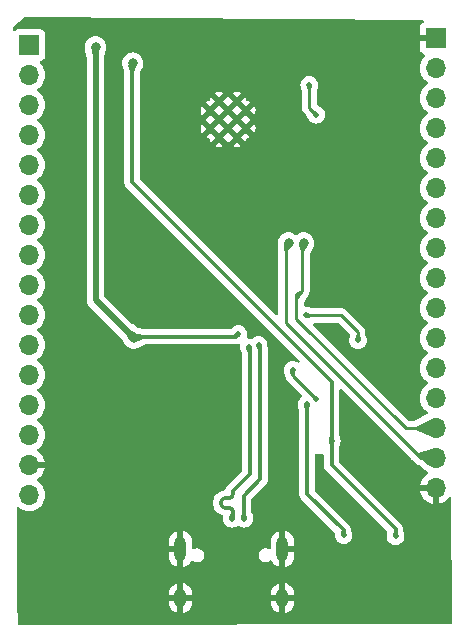
<source format=gbr>
%TF.GenerationSoftware,KiCad,Pcbnew,8.0.1*%
%TF.CreationDate,2024-05-07T16:59:08+08:00*%
%TF.ProjectId,ESP32wroom,45535033-3277-4726-9f6f-6d2e6b696361,rev?*%
%TF.SameCoordinates,Original*%
%TF.FileFunction,Copper,L2,Bot*%
%TF.FilePolarity,Positive*%
%FSLAX46Y46*%
G04 Gerber Fmt 4.6, Leading zero omitted, Abs format (unit mm)*
G04 Created by KiCad (PCBNEW 8.0.1) date 2024-05-07 16:59:08*
%MOMM*%
%LPD*%
G01*
G04 APERTURE LIST*
%TA.AperFunction,ComponentPad*%
%ADD10R,1.700000X1.700000*%
%TD*%
%TA.AperFunction,ComponentPad*%
%ADD11O,1.700000X1.700000*%
%TD*%
%TA.AperFunction,ComponentPad*%
%ADD12O,1.000000X2.100000*%
%TD*%
%TA.AperFunction,ComponentPad*%
%ADD13O,1.000000X1.600000*%
%TD*%
%TA.AperFunction,HeatsinkPad*%
%ADD14C,0.600000*%
%TD*%
%TA.AperFunction,ViaPad*%
%ADD15C,0.800000*%
%TD*%
%TA.AperFunction,ViaPad*%
%ADD16C,0.500000*%
%TD*%
%TA.AperFunction,Conductor*%
%ADD17C,0.300000*%
%TD*%
%TA.AperFunction,Conductor*%
%ADD18C,0.254000*%
%TD*%
%TA.AperFunction,Conductor*%
%ADD19C,0.250000*%
%TD*%
%TA.AperFunction,Conductor*%
%ADD20C,0.500000*%
%TD*%
G04 APERTURE END LIST*
D10*
%TO.P,J3,1,Pin_1*%
%TO.N,GND*%
X204000000Y-80120000D03*
D11*
%TO.P,J3,2,Pin_2*%
%TO.N,/IO23*%
X204000000Y-82660000D03*
%TO.P,J3,3,Pin_3*%
%TO.N,/IO22*%
X204000000Y-85200000D03*
%TO.P,J3,4,Pin_4*%
%TO.N,/RXD*%
X204000000Y-87740000D03*
%TO.P,J3,5,Pin_5*%
%TO.N,/TXD*%
X204000000Y-90280000D03*
%TO.P,J3,6,Pin_6*%
%TO.N,/IO21*%
X204000000Y-92820000D03*
%TO.P,J3,7,Pin_7*%
%TO.N,/IO19*%
X204000000Y-95360000D03*
%TO.P,J3,8,Pin_8*%
%TO.N,/IO18*%
X204000000Y-97900000D03*
%TO.P,J3,9,Pin_9*%
%TO.N,/IO5*%
X204000000Y-100440000D03*
%TO.P,J3,10,Pin_10*%
%TO.N,/IO17*%
X204000000Y-102980000D03*
%TO.P,J3,11,Pin_11*%
%TO.N,/IO16*%
X204000000Y-105520000D03*
%TO.P,J3,12,Pin_12*%
%TO.N,/IO4*%
X204000000Y-108060000D03*
%TO.P,J3,13,Pin_13*%
%TO.N,/IO0*%
X204000000Y-110600000D03*
%TO.P,J3,14,Pin_14*%
%TO.N,/IO2*%
X204000000Y-113140000D03*
%TO.P,J3,15,Pin_15*%
%TO.N,/IO15*%
X204000000Y-115680000D03*
%TO.P,J3,16,Pin_16*%
%TO.N,GND*%
X204000000Y-118220000D03*
%TD*%
D12*
%TO.P,J2,S1,SHIELD*%
%TO.N,GND*%
X182380000Y-123370000D03*
D13*
X182380000Y-127550000D03*
D12*
X191020000Y-123370000D03*
D13*
X191020000Y-127550000D03*
%TD*%
D14*
%TO.P,U1,39,GND*%
%TO.N,GND*%
X184895000Y-86242500D03*
X184895000Y-87767500D03*
X185657500Y-85480000D03*
X185657500Y-87005000D03*
X185657500Y-88530000D03*
X186420000Y-86242500D03*
X186420000Y-87767500D03*
X187182500Y-85480000D03*
X187182500Y-87005000D03*
X187182500Y-88530000D03*
X187945000Y-86242500D03*
X187945000Y-87767500D03*
%TD*%
D10*
%TO.P,J1,1,Pin_1*%
%TO.N,+3V3*%
X169600000Y-80700000D03*
D11*
%TO.P,J1,2,Pin_2*%
%TO.N,/EN*%
X169600000Y-83240000D03*
%TO.P,J1,3,Pin_3*%
%TO.N,/SENSOR_VP*%
X169600000Y-85780000D03*
%TO.P,J1,4,Pin_4*%
%TO.N,/SENSOR_VN*%
X169600000Y-88320000D03*
%TO.P,J1,5,Pin_5*%
%TO.N,/IO34*%
X169600000Y-90860000D03*
%TO.P,J1,6,Pin_6*%
%TO.N,/IO35*%
X169600000Y-93400000D03*
%TO.P,J1,7,Pin_7*%
%TO.N,/IO32*%
X169600000Y-95940000D03*
%TO.P,J1,8,Pin_8*%
%TO.N,/IO33*%
X169600000Y-98480000D03*
%TO.P,J1,9,Pin_9*%
%TO.N,/IO25*%
X169600000Y-101020000D03*
%TO.P,J1,10,Pin_10*%
%TO.N,/IO26*%
X169600000Y-103560000D03*
%TO.P,J1,11,Pin_11*%
%TO.N,/IO27*%
X169600000Y-106100000D03*
%TO.P,J1,12,Pin_12*%
%TO.N,/IO14*%
X169600000Y-108640000D03*
%TO.P,J1,13,Pin_13*%
%TO.N,/IO12*%
X169600000Y-111180000D03*
%TO.P,J1,14,Pin_14*%
%TO.N,/IO13*%
X169600000Y-113720000D03*
%TO.P,J1,15,Pin_15*%
%TO.N,GND*%
X169600000Y-116260000D03*
%TO.P,J1,16,Pin_16*%
%TO.N,+5V*%
X169600000Y-118800000D03*
%TD*%
D15*
%TO.N,GND*%
X183700000Y-102000000D03*
X174500000Y-121200000D03*
X192800000Y-125600000D03*
X191700000Y-117800000D03*
X180200000Y-121200000D03*
X192800000Y-122300000D03*
X187100000Y-94400000D03*
D16*
X194200000Y-115600000D03*
D15*
X178300000Y-121200000D03*
X171600000Y-90700000D03*
D16*
X185600000Y-107000000D03*
D15*
X191700000Y-119800000D03*
X181800000Y-121200000D03*
X196200000Y-120000000D03*
X191800000Y-113400000D03*
X182000000Y-93200000D03*
X190400000Y-120500000D03*
X187600000Y-80400000D03*
X201400000Y-116700000D03*
X199000000Y-107200000D03*
X172800000Y-117000000D03*
X182300000Y-102000000D03*
X182200000Y-80100000D03*
X183200000Y-100300000D03*
X200500000Y-109100000D03*
X191700000Y-115800000D03*
X176100000Y-112400000D03*
X201600000Y-79500000D03*
X200200000Y-115000000D03*
X171860141Y-84754778D03*
X203100000Y-128600000D03*
X191200000Y-106800000D03*
D16*
X190600000Y-113000000D03*
D15*
X183500000Y-103400000D03*
X176300000Y-79300000D03*
X181500000Y-106600000D03*
X199700000Y-125800000D03*
X174100000Y-109400000D03*
D16*
X190000000Y-106200000D03*
D15*
X192800000Y-123800000D03*
X172500000Y-121200000D03*
X199900000Y-117500000D03*
X173100000Y-114600000D03*
X180300000Y-123300000D03*
X200100000Y-129000000D03*
X172700000Y-89600000D03*
X194400000Y-117600000D03*
X192700000Y-80400000D03*
X174600000Y-117600000D03*
X170100000Y-121200000D03*
X188200000Y-128400000D03*
X196400000Y-129100000D03*
X188100000Y-126400000D03*
X181400000Y-109400000D03*
X191100000Y-86700000D03*
X180300000Y-125800000D03*
X183900000Y-94500000D03*
X184200000Y-109800000D03*
D16*
X185400000Y-111000000D03*
D15*
X178400000Y-123300000D03*
X189900000Y-99600000D03*
X173800000Y-88600000D03*
X201500000Y-111100000D03*
X178400000Y-125900000D03*
X184800000Y-128400000D03*
X199700000Y-79400000D03*
X192800000Y-127200000D03*
X204700000Y-125900000D03*
X181600000Y-85700000D03*
X184700000Y-126400000D03*
X183300000Y-117200000D03*
X188500000Y-100300000D03*
X181000000Y-103400000D03*
X188200000Y-99300000D03*
X190300000Y-118900000D03*
X176500000Y-121200000D03*
X171900000Y-81200000D03*
X179900000Y-112200000D03*
X191300000Y-94400000D03*
D16*
X189500000Y-105000000D03*
D15*
X198200000Y-79500000D03*
X200900000Y-119200000D03*
%TO.N,/EN*%
X178350000Y-82230000D03*
D16*
X200600000Y-122300000D03*
X195200000Y-114200000D03*
%TO.N,/USB_DN*%
X186758784Y-120800000D03*
X188200000Y-106300000D03*
%TO.N,/IO2*%
X192348057Y-101855828D03*
D15*
X192820000Y-97450000D03*
%TO.N,/IO15*%
X191550000Y-97450000D03*
D16*
%TO.N,/IO0*%
X196200000Y-122200000D03*
X193100000Y-111100000D03*
%TO.N,/DTR*%
X193900000Y-110700000D03*
X191900000Y-108200000D03*
%TO.N,+3V3*%
X187300000Y-105175000D03*
X193000000Y-103600000D03*
D15*
X178425000Y-105500000D03*
D16*
X197425000Y-105700000D03*
D15*
X175200000Y-80850000D03*
D16*
%TO.N,/RXD*%
X193900000Y-86600000D03*
X193300000Y-84100000D03*
%TO.N,/USB_DP*%
X187800000Y-120800000D03*
X189000000Y-106100000D03*
%TD*%
D17*
%TO.N,/EN*%
X178300000Y-82280000D02*
X178300000Y-92300000D01*
X200600000Y-121700000D02*
X200600000Y-122300000D01*
X195200000Y-116300000D02*
X200600000Y-121700000D01*
X178350000Y-82230000D02*
X178300000Y-82280000D01*
X195200000Y-114200000D02*
X195200000Y-116300000D01*
X195200000Y-109200000D02*
X195200000Y-114200000D01*
X178300000Y-92300000D02*
X195200000Y-109200000D01*
D18*
%TO.N,/SENSOR_VN*%
X169600000Y-88320000D02*
X169780000Y-88320000D01*
D17*
%TO.N,/USB_DN*%
X186509391Y-119070000D02*
X186149391Y-119070000D01*
X186829391Y-120190000D02*
X186829391Y-120350000D01*
X188249999Y-106349999D02*
X188249999Y-117063603D01*
X188200000Y-106300000D02*
X188249999Y-106349999D01*
X186829391Y-120350000D02*
X186829391Y-120729393D01*
X186829391Y-118484211D02*
X186829391Y-118750000D01*
X185829391Y-119390000D02*
X185829391Y-119550000D01*
X188249999Y-117063603D02*
X186829391Y-118484211D01*
X186149391Y-119870000D02*
X186509391Y-119870000D01*
X186829391Y-120729393D02*
X186758784Y-120800000D01*
X185829391Y-119550000D02*
G75*
G03*
X186149391Y-119870009I320009J0D01*
G01*
X186149391Y-119070000D02*
G75*
G03*
X185829400Y-119390000I9J-320000D01*
G01*
X186509391Y-119870000D02*
G75*
G02*
X186829400Y-120190000I9J-320000D01*
G01*
X186829391Y-118750000D02*
G75*
G02*
X186509391Y-119069991I-319991J0D01*
G01*
D18*
%TO.N,/IO2*%
X192820000Y-97450000D02*
X192700000Y-97570000D01*
X192820000Y-97450000D02*
X192870000Y-97400000D01*
X192700000Y-101503885D02*
X192200000Y-102003885D01*
X192700000Y-97570000D02*
X192700000Y-101503885D01*
X192870000Y-97400000D02*
X192900000Y-97400000D01*
X192200000Y-103880000D02*
X201460000Y-113140000D01*
X192200000Y-102003885D02*
X192200000Y-103880000D01*
X201460000Y-113140000D02*
X204000000Y-113140000D01*
%TO.N,/IO15*%
X191300000Y-104200000D02*
X202780000Y-115680000D01*
X191550000Y-97450000D02*
X191350000Y-97450000D01*
X191300000Y-97700000D02*
X191300000Y-104200000D01*
X191550000Y-97450000D02*
X191300000Y-97700000D01*
X191350000Y-97450000D02*
X191300000Y-97500000D01*
X202780000Y-115680000D02*
X204000000Y-115680000D01*
D17*
%TO.N,/IO0*%
X193100000Y-118700000D02*
X193100000Y-111100000D01*
X196200000Y-122200000D02*
X196200000Y-121800000D01*
X196200000Y-121800000D02*
X193100000Y-118700000D01*
D19*
%TO.N,/DTR*%
X193900000Y-110700000D02*
X191900000Y-108700000D01*
X191900000Y-108700000D02*
X191900000Y-108300000D01*
%TO.N,+3V3*%
X196000000Y-103600000D02*
X197425000Y-105025000D01*
D17*
X178525000Y-105400000D02*
X178425000Y-105500000D01*
D20*
X178425000Y-105500000D02*
X176100000Y-103175000D01*
X175200000Y-102300000D02*
X175200000Y-80850000D01*
D17*
X187300000Y-105175000D02*
X187075000Y-105400000D01*
D20*
X176075000Y-103175000D02*
X175200000Y-102300000D01*
D19*
X193000000Y-103600000D02*
X196000000Y-103600000D01*
X197425000Y-105025000D02*
X197425000Y-105700000D01*
D17*
X187075000Y-105400000D02*
X178525000Y-105400000D01*
D20*
X176100000Y-103175000D02*
X176075000Y-103175000D01*
D19*
%TO.N,/RXD*%
X193900000Y-86600000D02*
X193300000Y-86000000D01*
X193300000Y-86000000D02*
X193300000Y-84100000D01*
D17*
%TO.N,/USB_DP*%
X189150001Y-117436397D02*
X187729393Y-118857005D01*
X187729393Y-120729393D02*
X187800000Y-120800000D01*
X187729393Y-118857005D02*
X187729393Y-120729393D01*
X189000000Y-106100000D02*
X189150001Y-106250001D01*
X189150001Y-106250001D02*
X189150001Y-117436397D01*
%TD*%
%TA.AperFunction,Conductor*%
%TO.N,GND*%
G36*
X202879232Y-78581390D02*
G01*
X202946104Y-78601636D01*
X202991415Y-78654822D01*
X203000779Y-78724061D01*
X202971222Y-78787371D01*
X202921528Y-78821567D01*
X202907916Y-78826644D01*
X202907906Y-78826649D01*
X202792812Y-78912809D01*
X202792809Y-78912812D01*
X202706649Y-79027906D01*
X202706645Y-79027913D01*
X202656403Y-79162620D01*
X202656401Y-79162627D01*
X202650000Y-79222155D01*
X202650000Y-79870000D01*
X203566988Y-79870000D01*
X203534075Y-79927007D01*
X203500000Y-80054174D01*
X203500000Y-80185826D01*
X203534075Y-80312993D01*
X203566988Y-80370000D01*
X202650000Y-80370000D01*
X202650000Y-81017844D01*
X202656401Y-81077372D01*
X202656403Y-81077379D01*
X202706645Y-81212086D01*
X202706649Y-81212093D01*
X202792809Y-81327187D01*
X202792812Y-81327190D01*
X202907906Y-81413350D01*
X202907913Y-81413354D01*
X203039470Y-81462421D01*
X203095403Y-81504292D01*
X203119821Y-81569756D01*
X203104970Y-81638029D01*
X203083819Y-81666284D01*
X202961503Y-81788600D01*
X202825965Y-81982169D01*
X202825964Y-81982171D01*
X202726098Y-82196335D01*
X202726094Y-82196344D01*
X202664938Y-82424586D01*
X202664936Y-82424596D01*
X202644341Y-82659999D01*
X202644341Y-82660000D01*
X202664936Y-82895403D01*
X202664938Y-82895413D01*
X202726094Y-83123655D01*
X202726096Y-83123659D01*
X202726097Y-83123663D01*
X202780346Y-83239999D01*
X202825965Y-83337830D01*
X202825967Y-83337834D01*
X202961501Y-83531395D01*
X202961506Y-83531402D01*
X203128597Y-83698493D01*
X203128603Y-83698498D01*
X203314158Y-83828425D01*
X203357783Y-83883002D01*
X203364977Y-83952500D01*
X203333454Y-84014855D01*
X203314158Y-84031575D01*
X203128597Y-84161505D01*
X202961505Y-84328597D01*
X202825965Y-84522169D01*
X202825964Y-84522171D01*
X202726098Y-84736335D01*
X202726094Y-84736344D01*
X202664938Y-84964586D01*
X202664936Y-84964596D01*
X202644341Y-85199999D01*
X202644341Y-85200000D01*
X202664936Y-85435403D01*
X202664938Y-85435413D01*
X202726094Y-85663655D01*
X202726096Y-85663659D01*
X202726097Y-85663663D01*
X202825965Y-85877830D01*
X202955875Y-86063361D01*
X202961501Y-86071395D01*
X202961506Y-86071402D01*
X203128597Y-86238493D01*
X203128603Y-86238498D01*
X203314158Y-86368425D01*
X203357783Y-86423002D01*
X203364977Y-86492500D01*
X203333454Y-86554855D01*
X203314158Y-86571575D01*
X203128597Y-86701505D01*
X202961505Y-86868597D01*
X202825965Y-87062169D01*
X202825964Y-87062171D01*
X202726098Y-87276335D01*
X202726094Y-87276344D01*
X202664938Y-87504586D01*
X202664936Y-87504596D01*
X202644341Y-87739999D01*
X202644341Y-87740000D01*
X202664936Y-87975403D01*
X202664938Y-87975413D01*
X202726094Y-88203655D01*
X202726096Y-88203659D01*
X202726097Y-88203663D01*
X202780346Y-88319999D01*
X202825965Y-88417830D01*
X202825967Y-88417834D01*
X202904507Y-88530000D01*
X202954994Y-88602103D01*
X202961501Y-88611395D01*
X202961506Y-88611402D01*
X203128597Y-88778493D01*
X203128603Y-88778498D01*
X203314158Y-88908425D01*
X203357783Y-88963002D01*
X203364977Y-89032500D01*
X203333454Y-89094855D01*
X203314158Y-89111575D01*
X203128597Y-89241505D01*
X202961505Y-89408597D01*
X202825965Y-89602169D01*
X202825964Y-89602171D01*
X202726098Y-89816335D01*
X202726094Y-89816344D01*
X202664938Y-90044586D01*
X202664936Y-90044596D01*
X202644341Y-90279999D01*
X202644341Y-90280000D01*
X202664936Y-90515403D01*
X202664938Y-90515413D01*
X202726094Y-90743655D01*
X202726096Y-90743659D01*
X202726097Y-90743663D01*
X202780346Y-90859999D01*
X202825965Y-90957830D01*
X202825967Y-90957834D01*
X202961501Y-91151395D01*
X202961506Y-91151402D01*
X203128597Y-91318493D01*
X203128603Y-91318498D01*
X203314158Y-91448425D01*
X203357783Y-91503002D01*
X203364977Y-91572500D01*
X203333454Y-91634855D01*
X203314158Y-91651575D01*
X203128597Y-91781505D01*
X202961505Y-91948597D01*
X202825965Y-92142169D01*
X202825964Y-92142171D01*
X202726098Y-92356335D01*
X202726094Y-92356344D01*
X202664938Y-92584586D01*
X202664936Y-92584596D01*
X202644341Y-92819999D01*
X202644341Y-92820000D01*
X202664936Y-93055403D01*
X202664938Y-93055413D01*
X202726094Y-93283655D01*
X202726096Y-93283659D01*
X202726097Y-93283663D01*
X202780346Y-93399999D01*
X202825965Y-93497830D01*
X202825967Y-93497834D01*
X202961501Y-93691395D01*
X202961506Y-93691402D01*
X203128597Y-93858493D01*
X203128603Y-93858498D01*
X203314158Y-93988425D01*
X203357783Y-94043002D01*
X203364977Y-94112500D01*
X203333454Y-94174855D01*
X203314158Y-94191575D01*
X203128597Y-94321505D01*
X202961505Y-94488597D01*
X202825965Y-94682169D01*
X202825964Y-94682171D01*
X202726098Y-94896335D01*
X202726094Y-94896344D01*
X202664938Y-95124586D01*
X202664936Y-95124596D01*
X202644341Y-95359999D01*
X202644341Y-95360000D01*
X202664936Y-95595403D01*
X202664938Y-95595413D01*
X202726094Y-95823655D01*
X202726096Y-95823659D01*
X202726097Y-95823663D01*
X202780346Y-95939999D01*
X202825965Y-96037830D01*
X202825967Y-96037834D01*
X202961501Y-96231395D01*
X202961506Y-96231402D01*
X203128597Y-96398493D01*
X203128603Y-96398498D01*
X203314158Y-96528425D01*
X203357783Y-96583002D01*
X203364977Y-96652500D01*
X203333454Y-96714855D01*
X203314158Y-96731575D01*
X203128597Y-96861505D01*
X202961505Y-97028597D01*
X202825965Y-97222169D01*
X202825964Y-97222171D01*
X202726098Y-97436335D01*
X202726094Y-97436344D01*
X202664938Y-97664586D01*
X202664936Y-97664596D01*
X202644341Y-97899999D01*
X202644341Y-97900000D01*
X202664936Y-98135403D01*
X202664938Y-98135413D01*
X202726094Y-98363655D01*
X202726096Y-98363659D01*
X202726097Y-98363663D01*
X202780346Y-98479999D01*
X202825965Y-98577830D01*
X202825967Y-98577834D01*
X202961501Y-98771395D01*
X202961506Y-98771402D01*
X203128597Y-98938493D01*
X203128603Y-98938498D01*
X203314158Y-99068425D01*
X203357783Y-99123002D01*
X203364977Y-99192500D01*
X203333454Y-99254855D01*
X203314158Y-99271575D01*
X203128597Y-99401505D01*
X202961505Y-99568597D01*
X202825965Y-99762169D01*
X202825964Y-99762171D01*
X202726098Y-99976335D01*
X202726094Y-99976344D01*
X202664938Y-100204586D01*
X202664936Y-100204596D01*
X202644341Y-100439999D01*
X202644341Y-100440000D01*
X202664936Y-100675403D01*
X202664938Y-100675413D01*
X202726094Y-100903655D01*
X202726096Y-100903659D01*
X202726097Y-100903663D01*
X202780346Y-101019999D01*
X202825965Y-101117830D01*
X202825967Y-101117834D01*
X202961501Y-101311395D01*
X202961506Y-101311402D01*
X203128597Y-101478493D01*
X203128603Y-101478498D01*
X203314158Y-101608425D01*
X203357783Y-101663002D01*
X203364977Y-101732500D01*
X203333454Y-101794855D01*
X203314158Y-101811575D01*
X203128597Y-101941505D01*
X202961505Y-102108597D01*
X202825965Y-102302169D01*
X202825964Y-102302171D01*
X202726098Y-102516335D01*
X202726094Y-102516344D01*
X202664938Y-102744586D01*
X202664936Y-102744596D01*
X202644341Y-102979999D01*
X202644341Y-102980000D01*
X202664936Y-103215403D01*
X202664938Y-103215413D01*
X202726094Y-103443655D01*
X202726096Y-103443659D01*
X202726097Y-103443663D01*
X202787774Y-103575930D01*
X202825965Y-103657830D01*
X202825967Y-103657834D01*
X202961501Y-103851395D01*
X202961506Y-103851402D01*
X203128597Y-104018493D01*
X203128603Y-104018498D01*
X203314158Y-104148425D01*
X203357783Y-104203002D01*
X203364977Y-104272500D01*
X203333454Y-104334855D01*
X203314158Y-104351575D01*
X203128597Y-104481505D01*
X202961505Y-104648597D01*
X202825965Y-104842169D01*
X202825964Y-104842171D01*
X202726098Y-105056335D01*
X202726094Y-105056344D01*
X202664938Y-105284586D01*
X202664936Y-105284596D01*
X202644341Y-105519999D01*
X202644341Y-105520000D01*
X202664936Y-105755403D01*
X202664938Y-105755413D01*
X202726094Y-105983655D01*
X202726096Y-105983659D01*
X202726097Y-105983663D01*
X202800276Y-106142739D01*
X202825965Y-106197830D01*
X202825967Y-106197834D01*
X202922295Y-106335403D01*
X202953838Y-106380452D01*
X202961501Y-106391395D01*
X202961506Y-106391402D01*
X203128597Y-106558493D01*
X203128603Y-106558498D01*
X203314158Y-106688425D01*
X203357783Y-106743002D01*
X203364977Y-106812500D01*
X203333454Y-106874855D01*
X203314158Y-106891575D01*
X203128597Y-107021505D01*
X202961505Y-107188597D01*
X202825965Y-107382169D01*
X202825964Y-107382171D01*
X202726098Y-107596335D01*
X202726094Y-107596344D01*
X202664938Y-107824586D01*
X202664936Y-107824596D01*
X202644341Y-108059999D01*
X202644341Y-108060000D01*
X202664936Y-108295403D01*
X202664938Y-108295413D01*
X202726094Y-108523655D01*
X202726096Y-108523659D01*
X202726097Y-108523663D01*
X202780346Y-108639999D01*
X202825965Y-108737830D01*
X202825967Y-108737834D01*
X202927232Y-108882454D01*
X202950575Y-108915792D01*
X202961501Y-108931395D01*
X202961506Y-108931402D01*
X203128597Y-109098493D01*
X203128603Y-109098498D01*
X203314158Y-109228425D01*
X203357783Y-109283002D01*
X203364977Y-109352500D01*
X203333454Y-109414855D01*
X203314158Y-109431575D01*
X203128597Y-109561505D01*
X202961505Y-109728597D01*
X202825965Y-109922169D01*
X202825964Y-109922171D01*
X202726098Y-110136335D01*
X202726094Y-110136344D01*
X202664938Y-110364586D01*
X202664936Y-110364596D01*
X202644341Y-110599999D01*
X202644341Y-110600000D01*
X202664936Y-110835403D01*
X202664938Y-110835413D01*
X202726094Y-111063655D01*
X202726096Y-111063659D01*
X202726097Y-111063663D01*
X202769031Y-111155734D01*
X202825965Y-111277830D01*
X202825967Y-111277834D01*
X202896838Y-111379047D01*
X202961501Y-111471396D01*
X202961506Y-111471402D01*
X203128597Y-111638493D01*
X203128603Y-111638498D01*
X203308614Y-111764543D01*
X203352239Y-111819120D01*
X203359433Y-111888618D01*
X203327910Y-111950973D01*
X203291046Y-111977956D01*
X202200165Y-112500338D01*
X202146610Y-112512500D01*
X201771281Y-112512500D01*
X201704242Y-112492815D01*
X201683600Y-112476181D01*
X193644600Y-104437181D01*
X193611115Y-104375858D01*
X193616099Y-104306166D01*
X193657971Y-104250233D01*
X193723435Y-104225816D01*
X193732281Y-104225500D01*
X195689548Y-104225500D01*
X195756587Y-104245185D01*
X195777229Y-104261819D01*
X196714244Y-105198835D01*
X196747729Y-105260158D01*
X196746512Y-105317952D01*
X196707617Y-105466357D01*
X196702028Y-105489418D01*
X196701962Y-105489402D01*
X196697818Y-105505844D01*
X196688687Y-105531941D01*
X196688685Y-105531946D01*
X196669751Y-105699997D01*
X196669751Y-105700002D01*
X196688685Y-105868056D01*
X196744545Y-106027694D01*
X196744547Y-106027697D01*
X196834518Y-106170884D01*
X196834523Y-106170890D01*
X196954109Y-106290476D01*
X196954115Y-106290481D01*
X197097302Y-106380452D01*
X197097305Y-106380454D01*
X197097309Y-106380455D01*
X197097310Y-106380456D01*
X197128592Y-106391402D01*
X197256943Y-106436314D01*
X197424997Y-106455249D01*
X197425000Y-106455249D01*
X197425003Y-106455249D01*
X197593056Y-106436314D01*
X197602493Y-106433012D01*
X197752690Y-106380456D01*
X197752692Y-106380454D01*
X197752694Y-106380454D01*
X197752697Y-106380452D01*
X197895884Y-106290481D01*
X197895885Y-106290480D01*
X197895890Y-106290477D01*
X198015477Y-106170890D01*
X198033166Y-106142739D01*
X198105452Y-106027697D01*
X198105454Y-106027694D01*
X198105454Y-106027692D01*
X198105456Y-106027690D01*
X198161313Y-105868059D01*
X198161313Y-105868058D01*
X198161314Y-105868056D01*
X198180249Y-105700002D01*
X198180249Y-105699997D01*
X198161314Y-105531947D01*
X198161313Y-105531945D01*
X198161313Y-105531941D01*
X198148904Y-105496480D01*
X198142745Y-105469570D01*
X198142377Y-105466338D01*
X198054551Y-105131235D01*
X198050500Y-105099798D01*
X198050500Y-104963394D01*
X198049260Y-104957162D01*
X198049258Y-104957154D01*
X198026463Y-104842549D01*
X198026306Y-104842171D01*
X197986997Y-104747269D01*
X197979314Y-104728720D01*
X197979307Y-104728707D01*
X197910859Y-104626268D01*
X197869109Y-104584518D01*
X197823733Y-104539142D01*
X197823732Y-104539141D01*
X196492927Y-103208337D01*
X196492925Y-103208334D01*
X196492925Y-103208335D01*
X196485858Y-103201268D01*
X196485858Y-103201267D01*
X196398733Y-103114142D01*
X196332676Y-103070004D01*
X196332677Y-103070004D01*
X196332675Y-103070002D01*
X196296289Y-103045690D01*
X196296288Y-103045689D01*
X196296286Y-103045688D01*
X196208974Y-103009523D01*
X196182452Y-102998537D01*
X196182447Y-102998536D01*
X196182444Y-102998535D01*
X196107999Y-102983726D01*
X196107990Y-102983726D01*
X196061607Y-102974500D01*
X196061606Y-102974500D01*
X193600202Y-102974500D01*
X193568765Y-102970449D01*
X193233670Y-102882624D01*
X193229479Y-102881608D01*
X193215443Y-102878207D01*
X193215439Y-102878206D01*
X193210587Y-102877031D01*
X193210603Y-102876964D01*
X193194157Y-102872818D01*
X193168063Y-102863688D01*
X193168053Y-102863685D01*
X193000003Y-102844751D01*
X192999997Y-102844751D01*
X192965384Y-102848651D01*
X192896562Y-102836597D01*
X192845182Y-102789248D01*
X192827500Y-102725431D01*
X192827500Y-102515036D01*
X192847185Y-102447997D01*
X192851582Y-102441604D01*
X192923454Y-102343808D01*
X192935690Y-102329561D01*
X192938534Y-102326718D01*
X193024704Y-102189577D01*
X193025685Y-102188042D01*
X193026763Y-102186381D01*
X193026767Y-102186377D01*
X193026770Y-102186371D01*
X193027794Y-102184795D01*
X193028452Y-102183676D01*
X193031346Y-102178067D01*
X193097251Y-102058498D01*
X193167911Y-101930301D01*
X193183964Y-101908948D01*
X193183545Y-101908604D01*
X193187405Y-101903900D01*
X193187407Y-101903896D01*
X193187411Y-101903893D01*
X193231127Y-101838467D01*
X193256083Y-101801118D01*
X193290906Y-101717048D01*
X193303386Y-101686919D01*
X193327500Y-101565688D01*
X193327500Y-101442082D01*
X193327500Y-98404544D01*
X193344324Y-98342179D01*
X193420331Y-98211559D01*
X193619749Y-97868853D01*
X193635621Y-97839371D01*
X193636307Y-97837989D01*
X193636308Y-97837984D01*
X193637501Y-97835583D01*
X193637644Y-97835654D01*
X193641277Y-97828507D01*
X193647173Y-97818294D01*
X193647179Y-97818284D01*
X193661000Y-97775745D01*
X193663500Y-97768771D01*
X193668209Y-97756787D01*
X193668210Y-97756778D01*
X193670035Y-97749913D01*
X193670202Y-97749957D01*
X193672312Y-97740931D01*
X193697115Y-97664596D01*
X193705674Y-97638256D01*
X193725460Y-97450000D01*
X193705674Y-97261744D01*
X193647179Y-97081716D01*
X193552533Y-96917784D01*
X193425871Y-96777112D01*
X193425870Y-96777111D01*
X193272734Y-96665851D01*
X193272729Y-96665848D01*
X193099807Y-96588857D01*
X193099802Y-96588855D01*
X192954001Y-96557865D01*
X192914646Y-96549500D01*
X192725354Y-96549500D01*
X192692897Y-96556398D01*
X192540197Y-96588855D01*
X192540192Y-96588857D01*
X192367270Y-96665848D01*
X192367265Y-96665851D01*
X192257885Y-96745321D01*
X192192079Y-96768801D01*
X192124025Y-96752975D01*
X192112115Y-96745321D01*
X192002734Y-96665851D01*
X192002729Y-96665848D01*
X191829807Y-96588857D01*
X191829802Y-96588855D01*
X191684001Y-96557865D01*
X191644646Y-96549500D01*
X191455354Y-96549500D01*
X191422897Y-96556398D01*
X191270197Y-96588855D01*
X191270192Y-96588857D01*
X191097270Y-96665848D01*
X191097265Y-96665851D01*
X190944129Y-96777111D01*
X190817466Y-96917785D01*
X190722821Y-97081715D01*
X190722818Y-97081722D01*
X190677184Y-97222171D01*
X190664326Y-97261744D01*
X190645433Y-97441501D01*
X190644540Y-97450002D01*
X190644540Y-97450007D01*
X190644983Y-97454225D01*
X190644930Y-97474094D01*
X190645334Y-97474110D01*
X190645162Y-97478537D01*
X190667399Y-98159943D01*
X190667401Y-98159984D01*
X190671435Y-98211551D01*
X190671325Y-98211559D01*
X190672500Y-98225171D01*
X190672500Y-103453192D01*
X190652815Y-103520231D01*
X190600011Y-103565986D01*
X190530853Y-103575930D01*
X190467297Y-103546905D01*
X190460819Y-103540873D01*
X178986819Y-92066873D01*
X178953334Y-92005550D01*
X178950500Y-91979192D01*
X178950500Y-89246661D01*
X185294392Y-89246661D01*
X185308192Y-89255333D01*
X185308191Y-89255333D01*
X185478361Y-89314878D01*
X185657497Y-89335062D01*
X185657503Y-89335062D01*
X185836638Y-89314878D01*
X185836641Y-89314877D01*
X186006805Y-89255334D01*
X186006806Y-89255334D01*
X186020606Y-89246661D01*
X186819392Y-89246661D01*
X186833192Y-89255333D01*
X186833191Y-89255333D01*
X187003361Y-89314878D01*
X187182497Y-89335062D01*
X187182503Y-89335062D01*
X187361638Y-89314878D01*
X187361641Y-89314877D01*
X187531805Y-89255334D01*
X187531806Y-89255334D01*
X187545606Y-89246661D01*
X187545606Y-89246660D01*
X187182501Y-88883553D01*
X187182500Y-88883553D01*
X186819392Y-89246660D01*
X186819392Y-89246661D01*
X186020606Y-89246661D01*
X186020606Y-89246660D01*
X185657501Y-88883553D01*
X185657500Y-88883553D01*
X185294392Y-89246660D01*
X185294392Y-89246661D01*
X178950500Y-89246661D01*
X178950500Y-88484161D01*
X184531892Y-88484161D01*
X184545692Y-88492833D01*
X184545691Y-88492833D01*
X184715861Y-88552378D01*
X184758482Y-88557180D01*
X184822896Y-88584246D01*
X184862451Y-88641840D01*
X184867819Y-88666515D01*
X184872621Y-88709138D01*
X184932165Y-88879304D01*
X184940838Y-88893107D01*
X185284055Y-88549891D01*
X185557500Y-88549891D01*
X185572724Y-88586645D01*
X185600855Y-88614776D01*
X185637609Y-88630000D01*
X185677391Y-88630000D01*
X185714145Y-88614776D01*
X185742276Y-88586645D01*
X185757500Y-88549891D01*
X185757500Y-88530000D01*
X186011053Y-88530000D01*
X186374160Y-88893106D01*
X186406122Y-88889506D01*
X186433885Y-88889507D01*
X186465838Y-88893107D01*
X186809055Y-88549891D01*
X187082500Y-88549891D01*
X187097724Y-88586645D01*
X187125855Y-88614776D01*
X187162609Y-88630000D01*
X187202391Y-88630000D01*
X187239145Y-88614776D01*
X187267276Y-88586645D01*
X187282500Y-88549891D01*
X187282500Y-88530000D01*
X187536053Y-88530000D01*
X187899160Y-88893106D01*
X187899161Y-88893106D01*
X187907834Y-88879306D01*
X187907834Y-88879305D01*
X187967378Y-88709139D01*
X187972180Y-88666518D01*
X187999246Y-88602103D01*
X188056840Y-88562548D01*
X188081518Y-88557180D01*
X188124139Y-88552378D01*
X188294305Y-88492834D01*
X188294306Y-88492834D01*
X188308106Y-88484161D01*
X188308106Y-88484160D01*
X187945000Y-88121053D01*
X187889608Y-88176446D01*
X187889607Y-88176447D01*
X187536053Y-88530000D01*
X187282500Y-88530000D01*
X187282500Y-88510109D01*
X187267276Y-88473355D01*
X187239145Y-88445224D01*
X187202391Y-88430000D01*
X187162609Y-88430000D01*
X187125855Y-88445224D01*
X187097724Y-88473355D01*
X187082500Y-88510109D01*
X187082500Y-88549891D01*
X186809055Y-88549891D01*
X186828946Y-88530000D01*
X186475392Y-88176446D01*
X186420000Y-88121053D01*
X186364608Y-88176446D01*
X186364607Y-88176448D01*
X186011053Y-88529999D01*
X186011053Y-88530000D01*
X185757500Y-88530000D01*
X185757500Y-88510109D01*
X185742276Y-88473355D01*
X185714145Y-88445224D01*
X185677391Y-88430000D01*
X185637609Y-88430000D01*
X185600855Y-88445224D01*
X185572724Y-88473355D01*
X185557500Y-88510109D01*
X185557500Y-88549891D01*
X185284055Y-88549891D01*
X185303946Y-88530000D01*
X184894999Y-88121053D01*
X184894998Y-88121053D01*
X184531892Y-88484160D01*
X184531892Y-88484161D01*
X178950500Y-88484161D01*
X178950500Y-87767502D01*
X184089938Y-87767502D01*
X184110121Y-87946638D01*
X184169665Y-88116804D01*
X184178338Y-88130607D01*
X184521555Y-87787391D01*
X184795000Y-87787391D01*
X184810224Y-87824145D01*
X184838355Y-87852276D01*
X184875109Y-87867500D01*
X184914891Y-87867500D01*
X184951645Y-87852276D01*
X184979776Y-87824145D01*
X184995000Y-87787391D01*
X184995000Y-87767499D01*
X185248553Y-87767499D01*
X185657500Y-88176446D01*
X186046555Y-87787391D01*
X186320000Y-87787391D01*
X186335224Y-87824145D01*
X186363355Y-87852276D01*
X186400109Y-87867500D01*
X186439891Y-87867500D01*
X186476645Y-87852276D01*
X186504776Y-87824145D01*
X186520000Y-87787391D01*
X186520000Y-87767499D01*
X186773553Y-87767499D01*
X187182500Y-88176446D01*
X187571555Y-87787391D01*
X187845000Y-87787391D01*
X187860224Y-87824145D01*
X187888355Y-87852276D01*
X187925109Y-87867500D01*
X187964891Y-87867500D01*
X188001645Y-87852276D01*
X188029776Y-87824145D01*
X188045000Y-87787391D01*
X188045000Y-87767500D01*
X188298553Y-87767500D01*
X188661660Y-88130606D01*
X188661661Y-88130606D01*
X188670334Y-88116806D01*
X188670334Y-88116805D01*
X188729877Y-87946641D01*
X188729878Y-87946638D01*
X188750062Y-87767502D01*
X188750062Y-87767497D01*
X188729878Y-87588361D01*
X188670333Y-87418192D01*
X188661661Y-87404392D01*
X188661660Y-87404392D01*
X188298553Y-87767500D01*
X188045000Y-87767500D01*
X188045000Y-87747609D01*
X188029776Y-87710855D01*
X188001645Y-87682724D01*
X187964891Y-87667500D01*
X187925109Y-87667500D01*
X187888355Y-87682724D01*
X187860224Y-87710855D01*
X187845000Y-87747609D01*
X187845000Y-87787391D01*
X187571555Y-87787391D01*
X187591446Y-87767500D01*
X187237892Y-87413946D01*
X187182500Y-87358553D01*
X187127108Y-87413946D01*
X187127107Y-87413947D01*
X186773553Y-87767499D01*
X186520000Y-87767499D01*
X186520000Y-87747609D01*
X186504776Y-87710855D01*
X186476645Y-87682724D01*
X186439891Y-87667500D01*
X186400109Y-87667500D01*
X186363355Y-87682724D01*
X186335224Y-87710855D01*
X186320000Y-87747609D01*
X186320000Y-87787391D01*
X186046555Y-87787391D01*
X186066446Y-87767500D01*
X185712892Y-87413946D01*
X185657500Y-87358553D01*
X185602108Y-87413946D01*
X185602107Y-87413947D01*
X185248553Y-87767499D01*
X184995000Y-87767499D01*
X184995000Y-87747609D01*
X184979776Y-87710855D01*
X184951645Y-87682724D01*
X184914891Y-87667500D01*
X184875109Y-87667500D01*
X184838355Y-87682724D01*
X184810224Y-87710855D01*
X184795000Y-87747609D01*
X184795000Y-87787391D01*
X184521555Y-87787391D01*
X184541446Y-87767500D01*
X184541446Y-87767499D01*
X184178338Y-87404391D01*
X184178337Y-87404391D01*
X184169667Y-87418191D01*
X184169662Y-87418201D01*
X184110122Y-87588358D01*
X184110121Y-87588361D01*
X184089938Y-87767497D01*
X184089938Y-87767502D01*
X178950500Y-87767502D01*
X178950500Y-87050838D01*
X184531891Y-87050838D01*
X184894998Y-87413946D01*
X184894999Y-87413946D01*
X185266782Y-87042164D01*
X185284055Y-87024891D01*
X185557500Y-87024891D01*
X185572724Y-87061645D01*
X185600855Y-87089776D01*
X185637609Y-87105000D01*
X185677391Y-87105000D01*
X185714145Y-87089776D01*
X185742276Y-87061645D01*
X185757500Y-87024891D01*
X185757500Y-87005000D01*
X186011053Y-87005000D01*
X186048217Y-87042163D01*
X186420000Y-87413946D01*
X186809055Y-87024891D01*
X187082500Y-87024891D01*
X187097724Y-87061645D01*
X187125855Y-87089776D01*
X187162609Y-87105000D01*
X187202391Y-87105000D01*
X187239145Y-87089776D01*
X187267276Y-87061645D01*
X187282500Y-87024891D01*
X187282500Y-87005000D01*
X187536053Y-87005000D01*
X187573217Y-87042163D01*
X187945000Y-87413946D01*
X187945001Y-87413946D01*
X188308107Y-87050838D01*
X188304507Y-87018885D01*
X188304506Y-86991122D01*
X188308106Y-86959160D01*
X187945000Y-86596053D01*
X187911868Y-86629186D01*
X187911866Y-86629187D01*
X187536053Y-87005000D01*
X187282500Y-87005000D01*
X187282500Y-86985109D01*
X187267276Y-86948355D01*
X187239145Y-86920224D01*
X187202391Y-86905000D01*
X187162609Y-86905000D01*
X187125855Y-86920224D01*
X187097724Y-86948355D01*
X187082500Y-86985109D01*
X187082500Y-87024891D01*
X186809055Y-87024891D01*
X186828946Y-87005000D01*
X186453132Y-86629186D01*
X186420000Y-86596053D01*
X186386868Y-86629186D01*
X186386866Y-86629187D01*
X186011053Y-87005000D01*
X185757500Y-87005000D01*
X185757500Y-86985109D01*
X185742276Y-86948355D01*
X185714145Y-86920224D01*
X185677391Y-86905000D01*
X185637609Y-86905000D01*
X185600855Y-86920224D01*
X185572724Y-86948355D01*
X185557500Y-86985109D01*
X185557500Y-87024891D01*
X185284055Y-87024891D01*
X185303946Y-87005000D01*
X184894999Y-86596053D01*
X184894998Y-86596053D01*
X184531892Y-86959160D01*
X184535493Y-86991119D01*
X184535492Y-87018884D01*
X184531891Y-87050838D01*
X178950500Y-87050838D01*
X178950500Y-86242502D01*
X184089938Y-86242502D01*
X184110121Y-86421638D01*
X184169665Y-86591804D01*
X184178338Y-86605607D01*
X184521555Y-86262391D01*
X184795000Y-86262391D01*
X184810224Y-86299145D01*
X184838355Y-86327276D01*
X184875109Y-86342500D01*
X184914891Y-86342500D01*
X184951645Y-86327276D01*
X184979776Y-86299145D01*
X184995000Y-86262391D01*
X184995000Y-86242500D01*
X185248553Y-86242500D01*
X185302340Y-86296286D01*
X185657500Y-86651446D01*
X186046555Y-86262391D01*
X186320000Y-86262391D01*
X186335224Y-86299145D01*
X186363355Y-86327276D01*
X186400109Y-86342500D01*
X186439891Y-86342500D01*
X186476645Y-86327276D01*
X186504776Y-86299145D01*
X186520000Y-86262391D01*
X186520000Y-86242500D01*
X186773553Y-86242500D01*
X186827340Y-86296286D01*
X187182500Y-86651446D01*
X187571555Y-86262391D01*
X187845000Y-86262391D01*
X187860224Y-86299145D01*
X187888355Y-86327276D01*
X187925109Y-86342500D01*
X187964891Y-86342500D01*
X188001645Y-86327276D01*
X188029776Y-86299145D01*
X188045000Y-86262391D01*
X188045000Y-86242500D01*
X188298552Y-86242500D01*
X188661660Y-86605606D01*
X188661661Y-86605606D01*
X188670334Y-86591806D01*
X188670334Y-86591805D01*
X188729877Y-86421641D01*
X188729878Y-86421638D01*
X188750062Y-86242502D01*
X188750062Y-86242497D01*
X188729878Y-86063361D01*
X188670333Y-85893192D01*
X188661661Y-85879392D01*
X188661660Y-85879392D01*
X188298552Y-86242500D01*
X188045000Y-86242500D01*
X188045000Y-86222609D01*
X188029776Y-86185855D01*
X188001645Y-86157724D01*
X187964891Y-86142500D01*
X187925109Y-86142500D01*
X187888355Y-86157724D01*
X187860224Y-86185855D01*
X187845000Y-86222609D01*
X187845000Y-86262391D01*
X187571555Y-86262391D01*
X187591446Y-86242500D01*
X187226775Y-85877829D01*
X187182500Y-85833553D01*
X187138225Y-85877829D01*
X187138224Y-85877830D01*
X186773553Y-86242500D01*
X186520000Y-86242500D01*
X186520000Y-86222609D01*
X186504776Y-86185855D01*
X186476645Y-86157724D01*
X186439891Y-86142500D01*
X186400109Y-86142500D01*
X186363355Y-86157724D01*
X186335224Y-86185855D01*
X186320000Y-86222609D01*
X186320000Y-86262391D01*
X186046555Y-86262391D01*
X186066446Y-86242500D01*
X185701775Y-85877829D01*
X185657500Y-85833553D01*
X185613225Y-85877829D01*
X185613224Y-85877830D01*
X185248553Y-86242500D01*
X184995000Y-86242500D01*
X184995000Y-86222609D01*
X184979776Y-86185855D01*
X184951645Y-86157724D01*
X184914891Y-86142500D01*
X184875109Y-86142500D01*
X184838355Y-86157724D01*
X184810224Y-86185855D01*
X184795000Y-86222609D01*
X184795000Y-86262391D01*
X184521555Y-86262391D01*
X184541446Y-86242500D01*
X184541446Y-86242499D01*
X184178338Y-85879391D01*
X184178337Y-85879391D01*
X184169667Y-85893191D01*
X184169662Y-85893201D01*
X184110122Y-86063358D01*
X184110121Y-86063361D01*
X184089938Y-86242497D01*
X184089938Y-86242502D01*
X178950500Y-86242502D01*
X178950500Y-85525838D01*
X184531891Y-85525838D01*
X184894998Y-85888946D01*
X184894999Y-85888946D01*
X185266783Y-85517164D01*
X185284055Y-85499891D01*
X185557500Y-85499891D01*
X185572724Y-85536645D01*
X185600855Y-85564776D01*
X185637609Y-85580000D01*
X185677391Y-85580000D01*
X185714145Y-85564776D01*
X185742276Y-85536645D01*
X185757500Y-85499891D01*
X185757500Y-85479999D01*
X186011053Y-85479999D01*
X186420000Y-85888946D01*
X186791783Y-85517164D01*
X186809055Y-85499891D01*
X187082500Y-85499891D01*
X187097724Y-85536645D01*
X187125855Y-85564776D01*
X187162609Y-85580000D01*
X187202391Y-85580000D01*
X187239145Y-85564776D01*
X187267276Y-85536645D01*
X187282500Y-85499891D01*
X187282500Y-85479999D01*
X187536053Y-85479999D01*
X187945000Y-85888946D01*
X187945001Y-85888946D01*
X188308107Y-85525838D01*
X188294304Y-85517165D01*
X188124138Y-85457621D01*
X188081515Y-85452819D01*
X188017102Y-85425752D01*
X187977547Y-85368157D01*
X187972180Y-85343482D01*
X187967378Y-85300861D01*
X187907833Y-85130692D01*
X187899161Y-85116892D01*
X187899160Y-85116892D01*
X187536053Y-85479998D01*
X187536053Y-85479999D01*
X187282500Y-85479999D01*
X187282500Y-85460109D01*
X187267276Y-85423355D01*
X187239145Y-85395224D01*
X187202391Y-85380000D01*
X187162609Y-85380000D01*
X187125855Y-85395224D01*
X187097724Y-85423355D01*
X187082500Y-85460109D01*
X187082500Y-85499891D01*
X186809055Y-85499891D01*
X186828946Y-85479999D01*
X186828946Y-85479998D01*
X186465837Y-85116890D01*
X186433885Y-85120491D01*
X186406122Y-85120492D01*
X186374160Y-85116891D01*
X186011053Y-85479998D01*
X186011053Y-85479999D01*
X185757500Y-85479999D01*
X185757500Y-85460109D01*
X185742276Y-85423355D01*
X185714145Y-85395224D01*
X185677391Y-85380000D01*
X185637609Y-85380000D01*
X185600855Y-85395224D01*
X185572724Y-85423355D01*
X185557500Y-85460109D01*
X185557500Y-85499891D01*
X185284055Y-85499891D01*
X185303946Y-85479999D01*
X185303946Y-85479998D01*
X184940838Y-85116891D01*
X184940837Y-85116891D01*
X184932167Y-85130691D01*
X184932162Y-85130701D01*
X184872622Y-85300858D01*
X184867819Y-85343484D01*
X184840752Y-85407898D01*
X184783156Y-85447452D01*
X184758484Y-85452819D01*
X184715858Y-85457622D01*
X184545701Y-85517162D01*
X184545694Y-85517166D01*
X184531891Y-85525837D01*
X184531891Y-85525838D01*
X178950500Y-85525838D01*
X178950500Y-84763338D01*
X185294391Y-84763338D01*
X185657500Y-85126446D01*
X185657501Y-85126446D01*
X186020607Y-84763338D01*
X186819391Y-84763338D01*
X187182500Y-85126446D01*
X187182501Y-85126446D01*
X187545607Y-84763338D01*
X187531804Y-84754665D01*
X187361638Y-84695121D01*
X187182503Y-84674938D01*
X187182497Y-84674938D01*
X187003361Y-84695121D01*
X187003358Y-84695122D01*
X186833201Y-84754662D01*
X186833191Y-84754667D01*
X186819391Y-84763337D01*
X186819391Y-84763338D01*
X186020607Y-84763338D01*
X186006804Y-84754665D01*
X185836638Y-84695121D01*
X185657503Y-84674938D01*
X185657497Y-84674938D01*
X185478361Y-84695121D01*
X185478358Y-84695122D01*
X185308201Y-84754662D01*
X185308191Y-84754667D01*
X185294391Y-84763337D01*
X185294391Y-84763338D01*
X178950500Y-84763338D01*
X178950500Y-84100002D01*
X192544751Y-84100002D01*
X192563685Y-84268053D01*
X192563686Y-84268058D01*
X192563687Y-84268059D01*
X192572816Y-84294149D01*
X192576092Y-84303509D01*
X192582251Y-84330410D01*
X192582621Y-84333657D01*
X192582623Y-84333667D01*
X192670449Y-84668765D01*
X192674500Y-84700202D01*
X192674500Y-86061607D01*
X192677548Y-86076929D01*
X192677548Y-86076933D01*
X192698535Y-86182444D01*
X192698538Y-86182454D01*
X192712347Y-86215792D01*
X192712347Y-86215793D01*
X192745685Y-86296281D01*
X192745687Y-86296284D01*
X192745688Y-86296286D01*
X192766396Y-86327276D01*
X192769352Y-86331700D01*
X192769353Y-86331702D01*
X192814141Y-86398732D01*
X192814144Y-86398736D01*
X192905586Y-86490178D01*
X192905608Y-86490198D01*
X193033296Y-86617886D01*
X193052661Y-86642980D01*
X193227512Y-86942037D01*
X193237247Y-86958002D01*
X193240187Y-86962049D01*
X193240126Y-86962092D01*
X193247156Y-86971636D01*
X193280619Y-87024891D01*
X193304044Y-87062171D01*
X193309522Y-87070888D01*
X193309525Y-87070892D01*
X193429109Y-87190476D01*
X193429115Y-87190481D01*
X193572302Y-87280452D01*
X193572305Y-87280454D01*
X193572309Y-87280455D01*
X193572310Y-87280456D01*
X193575311Y-87281506D01*
X193731943Y-87336314D01*
X193899997Y-87355249D01*
X193900000Y-87355249D01*
X193900003Y-87355249D01*
X194068056Y-87336314D01*
X194068059Y-87336313D01*
X194227690Y-87280456D01*
X194227692Y-87280454D01*
X194227694Y-87280454D01*
X194227697Y-87280452D01*
X194370884Y-87190481D01*
X194370885Y-87190480D01*
X194370890Y-87190477D01*
X194490477Y-87070890D01*
X194508527Y-87042164D01*
X194580452Y-86927697D01*
X194580454Y-86927694D01*
X194580454Y-86927692D01*
X194580456Y-86927690D01*
X194636313Y-86768059D01*
X194636313Y-86768058D01*
X194636314Y-86768056D01*
X194655249Y-86600002D01*
X194655249Y-86599997D01*
X194636314Y-86431943D01*
X194589846Y-86299145D01*
X194580456Y-86272310D01*
X194580455Y-86272309D01*
X194580454Y-86272305D01*
X194580452Y-86272302D01*
X194490481Y-86129115D01*
X194490476Y-86129109D01*
X194370888Y-86009521D01*
X194254124Y-85936153D01*
X194242919Y-85928214D01*
X194242042Y-85927516D01*
X194242037Y-85927513D01*
X193986913Y-85778348D01*
X193938975Y-85727518D01*
X193925500Y-85671302D01*
X193925500Y-84700199D01*
X193929551Y-84668762D01*
X193948921Y-84594855D01*
X194017377Y-84333660D01*
X194021792Y-84315443D01*
X194021792Y-84315439D01*
X194022971Y-84310577D01*
X194023039Y-84310593D01*
X194027177Y-84294164D01*
X194036313Y-84268059D01*
X194038799Y-84246002D01*
X194055249Y-84100002D01*
X194055249Y-84099997D01*
X194036314Y-83931943D01*
X193980454Y-83772305D01*
X193980452Y-83772302D01*
X193890481Y-83629115D01*
X193890476Y-83629109D01*
X193770890Y-83509523D01*
X193770884Y-83509518D01*
X193627697Y-83419547D01*
X193627694Y-83419545D01*
X193468056Y-83363685D01*
X193300003Y-83344751D01*
X193299997Y-83344751D01*
X193131943Y-83363685D01*
X192972305Y-83419545D01*
X192972302Y-83419547D01*
X192829115Y-83509518D01*
X192829109Y-83509523D01*
X192709523Y-83629109D01*
X192709518Y-83629115D01*
X192619547Y-83772302D01*
X192619545Y-83772305D01*
X192563685Y-83931943D01*
X192544751Y-84099997D01*
X192544751Y-84100002D01*
X178950500Y-84100002D01*
X178950500Y-83159578D01*
X178960304Y-83111254D01*
X179005439Y-83004596D01*
X179180525Y-82590846D01*
X179199679Y-82537400D01*
X179200381Y-82532591D01*
X179205143Y-82512216D01*
X179235674Y-82418256D01*
X179255460Y-82230000D01*
X179235674Y-82041744D01*
X179177179Y-81861716D01*
X179082533Y-81697784D01*
X178955871Y-81557112D01*
X178955870Y-81557111D01*
X178802734Y-81445851D01*
X178802729Y-81445848D01*
X178629807Y-81368857D01*
X178629802Y-81368855D01*
X178484001Y-81337865D01*
X178444646Y-81329500D01*
X178255354Y-81329500D01*
X178222897Y-81336398D01*
X178070197Y-81368855D01*
X178070192Y-81368857D01*
X177897270Y-81445848D01*
X177897265Y-81445851D01*
X177744129Y-81557111D01*
X177617466Y-81697785D01*
X177522821Y-81861715D01*
X177522818Y-81861722D01*
X177479905Y-81993796D01*
X177464326Y-82041744D01*
X177452933Y-82150145D01*
X177444540Y-82230000D01*
X177464326Y-82418256D01*
X177464328Y-82418262D01*
X177488657Y-82493142D01*
X177493872Y-82516929D01*
X177494585Y-82522973D01*
X177593721Y-82895413D01*
X177645328Y-83089290D01*
X177649500Y-83121186D01*
X177649500Y-92364069D01*
X177664196Y-92437949D01*
X177674499Y-92489744D01*
X177723535Y-92608127D01*
X177733720Y-92623370D01*
X177794726Y-92714673D01*
X177794727Y-92714674D01*
X192450172Y-107370117D01*
X192483657Y-107431440D01*
X192478673Y-107501132D01*
X192436801Y-107557065D01*
X192371337Y-107581482D01*
X192303064Y-107566630D01*
X192296519Y-107562792D01*
X192227692Y-107519545D01*
X192227691Y-107519544D01*
X192227690Y-107519544D01*
X192189370Y-107506135D01*
X192068056Y-107463685D01*
X191900003Y-107444751D01*
X191899997Y-107444751D01*
X191731943Y-107463685D01*
X191572305Y-107519545D01*
X191572302Y-107519547D01*
X191429115Y-107609518D01*
X191429109Y-107609523D01*
X191309523Y-107729109D01*
X191309518Y-107729115D01*
X191219547Y-107872302D01*
X191219545Y-107872305D01*
X191163685Y-108031943D01*
X191144751Y-108199997D01*
X191144751Y-108200002D01*
X191163685Y-108368053D01*
X191163686Y-108368058D01*
X191163687Y-108368059D01*
X191172816Y-108394149D01*
X191176092Y-108403509D01*
X191182251Y-108430410D01*
X191182621Y-108433657D01*
X191182622Y-108433664D01*
X191216390Y-108562505D01*
X191283726Y-108819424D01*
X191283727Y-108819428D01*
X191283728Y-108819429D01*
X191285031Y-108823329D01*
X191284887Y-108823377D01*
X191290481Y-108841953D01*
X191298535Y-108882446D01*
X191298538Y-108882454D01*
X191312347Y-108915792D01*
X191312347Y-108915793D01*
X191345685Y-108996280D01*
X191345690Y-108996289D01*
X191379914Y-109047507D01*
X191379915Y-109047509D01*
X191414141Y-109098733D01*
X191505586Y-109190178D01*
X191505608Y-109190198D01*
X192639938Y-110324528D01*
X192673423Y-110385851D01*
X192668439Y-110455543D01*
X192633362Y-110503927D01*
X192634034Y-110504599D01*
X192629824Y-110508808D01*
X192629577Y-110509150D01*
X192629112Y-110509520D01*
X192509523Y-110629109D01*
X192509518Y-110629115D01*
X192419547Y-110772302D01*
X192419545Y-110772305D01*
X192363685Y-110931943D01*
X192344751Y-111099997D01*
X192344751Y-111100002D01*
X192363685Y-111268053D01*
X192363687Y-111268060D01*
X192370898Y-111288668D01*
X192375440Y-111305267D01*
X192447086Y-111663031D01*
X192449500Y-111687380D01*
X192449500Y-118764070D01*
X192467344Y-118853773D01*
X192467344Y-118853775D01*
X192474497Y-118889737D01*
X192474498Y-118889741D01*
X192474499Y-118889744D01*
X192523535Y-119008127D01*
X192594723Y-119114669D01*
X192594726Y-119114673D01*
X192594727Y-119114674D01*
X195426353Y-121946299D01*
X195459838Y-122007622D01*
X195461892Y-122047863D01*
X195444751Y-122199996D01*
X195444751Y-122200002D01*
X195463685Y-122368056D01*
X195519545Y-122527694D01*
X195519547Y-122527697D01*
X195609518Y-122670884D01*
X195609523Y-122670890D01*
X195729109Y-122790476D01*
X195729115Y-122790481D01*
X195872302Y-122880452D01*
X195872305Y-122880454D01*
X195872309Y-122880455D01*
X195872310Y-122880456D01*
X195900946Y-122890476D01*
X196031943Y-122936314D01*
X196199997Y-122955249D01*
X196200000Y-122955249D01*
X196200003Y-122955249D01*
X196368056Y-122936314D01*
X196368059Y-122936313D01*
X196527690Y-122880456D01*
X196527692Y-122880454D01*
X196527694Y-122880454D01*
X196527697Y-122880452D01*
X196670884Y-122790481D01*
X196670885Y-122790480D01*
X196670890Y-122790477D01*
X196790477Y-122670890D01*
X196872442Y-122540444D01*
X196880452Y-122527697D01*
X196880454Y-122527694D01*
X196880454Y-122527692D01*
X196880456Y-122527690D01*
X196936313Y-122368059D01*
X196936313Y-122368058D01*
X196936314Y-122368056D01*
X196955249Y-122200002D01*
X196955249Y-122199997D01*
X196936314Y-122031946D01*
X196936313Y-122031944D01*
X196936313Y-122031941D01*
X196905616Y-121944214D01*
X196902314Y-121933146D01*
X196900773Y-121926943D01*
X196894879Y-121903203D01*
X196894878Y-121903200D01*
X196859632Y-121816513D01*
X196850500Y-121769809D01*
X196850500Y-121735928D01*
X196825502Y-121610261D01*
X196825501Y-121610260D01*
X196825501Y-121610256D01*
X196776465Y-121491873D01*
X196705277Y-121385331D01*
X196705275Y-121385329D01*
X196705273Y-121385326D01*
X193786819Y-118466872D01*
X193753334Y-118405549D01*
X193750500Y-118379191D01*
X193750500Y-115424000D01*
X193770185Y-115356961D01*
X193822989Y-115311206D01*
X193874500Y-115300000D01*
X194425500Y-115300000D01*
X194492539Y-115319685D01*
X194538294Y-115372489D01*
X194549500Y-115424000D01*
X194549500Y-116364071D01*
X194573977Y-116487120D01*
X194573978Y-116487131D01*
X194573979Y-116487131D01*
X194574497Y-116489737D01*
X194574500Y-116489747D01*
X194623533Y-116608125D01*
X194694726Y-116714673D01*
X194694727Y-116714674D01*
X199861760Y-121881706D01*
X199895245Y-121943029D01*
X199895665Y-121993735D01*
X199875440Y-122094731D01*
X199870897Y-122111334D01*
X199863687Y-122131940D01*
X199863685Y-122131946D01*
X199844751Y-122299997D01*
X199844751Y-122300002D01*
X199863685Y-122468056D01*
X199919545Y-122627694D01*
X199919547Y-122627697D01*
X200009518Y-122770884D01*
X200009523Y-122770890D01*
X200129109Y-122890476D01*
X200129115Y-122890481D01*
X200272302Y-122980452D01*
X200272305Y-122980454D01*
X200272309Y-122980455D01*
X200272310Y-122980456D01*
X200344913Y-123005860D01*
X200431943Y-123036314D01*
X200599997Y-123055249D01*
X200600000Y-123055249D01*
X200600003Y-123055249D01*
X200768056Y-123036314D01*
X200768059Y-123036313D01*
X200927690Y-122980456D01*
X200927692Y-122980454D01*
X200927694Y-122980454D01*
X200927697Y-122980452D01*
X201070884Y-122890481D01*
X201070885Y-122890480D01*
X201070890Y-122890477D01*
X201190477Y-122770890D01*
X201221506Y-122721508D01*
X201280452Y-122627697D01*
X201280454Y-122627694D01*
X201280454Y-122627692D01*
X201280456Y-122627690D01*
X201336313Y-122468059D01*
X201336313Y-122468058D01*
X201336314Y-122468056D01*
X201355249Y-122300002D01*
X201355249Y-122299997D01*
X201336314Y-122131945D01*
X201336313Y-122131943D01*
X201336313Y-122131941D01*
X201329101Y-122111332D01*
X201324557Y-122094725D01*
X201314248Y-122043248D01*
X201252914Y-121736968D01*
X201250500Y-121712620D01*
X201250500Y-121635928D01*
X201225502Y-121510261D01*
X201225501Y-121510260D01*
X201225501Y-121510256D01*
X201176465Y-121391873D01*
X201175535Y-121390481D01*
X201155228Y-121360088D01*
X201155228Y-121360087D01*
X201105279Y-121285334D01*
X201105273Y-121285326D01*
X195886819Y-116066872D01*
X195853334Y-116005549D01*
X195850500Y-115979191D01*
X195850500Y-114787377D01*
X195852914Y-114763029D01*
X195899999Y-114527905D01*
X195924558Y-114405266D01*
X195929101Y-114388666D01*
X195936313Y-114368059D01*
X195955249Y-114200000D01*
X195955249Y-114199997D01*
X195936314Y-114031945D01*
X195936313Y-114031943D01*
X195936313Y-114031941D01*
X195929101Y-114011332D01*
X195924557Y-113994725D01*
X195915349Y-113948746D01*
X195852914Y-113636968D01*
X195850500Y-113612620D01*
X195850500Y-109937281D01*
X195870185Y-109870242D01*
X195922989Y-109824487D01*
X195992147Y-109814543D01*
X196055703Y-109843568D01*
X196062181Y-109849600D01*
X202024227Y-115811646D01*
X202027591Y-115815144D01*
X202042323Y-115831077D01*
X202044414Y-115832774D01*
X202053957Y-115841376D01*
X202292589Y-116080008D01*
X202346581Y-116134000D01*
X202379994Y-116167413D01*
X202379996Y-116167414D01*
X202482756Y-116236076D01*
X202482758Y-116236077D01*
X202482767Y-116236083D01*
X202507772Y-116246440D01*
X202530071Y-116255677D01*
X202585793Y-116278758D01*
X202616478Y-116297035D01*
X203063846Y-116660099D01*
X203072253Y-116666921D01*
X203086296Y-116677694D01*
X203098500Y-116688396D01*
X203128597Y-116718493D01*
X203128603Y-116718498D01*
X203314594Y-116848730D01*
X203358219Y-116903307D01*
X203365413Y-116972805D01*
X203333890Y-117035160D01*
X203314595Y-117051880D01*
X203128922Y-117181890D01*
X203128920Y-117181891D01*
X202961891Y-117348920D01*
X202961886Y-117348926D01*
X202826400Y-117542420D01*
X202826399Y-117542422D01*
X202726570Y-117756507D01*
X202726567Y-117756513D01*
X202669364Y-117969999D01*
X202669364Y-117970000D01*
X203566988Y-117970000D01*
X203534075Y-118027007D01*
X203500000Y-118154174D01*
X203500000Y-118285826D01*
X203534075Y-118412993D01*
X203566988Y-118470000D01*
X202669364Y-118470000D01*
X202726567Y-118683486D01*
X202726570Y-118683492D01*
X202826399Y-118897578D01*
X202961894Y-119091082D01*
X203128917Y-119258105D01*
X203322421Y-119393600D01*
X203536507Y-119493429D01*
X203536516Y-119493433D01*
X203750000Y-119550634D01*
X203750000Y-118653012D01*
X203807007Y-118685925D01*
X203934174Y-118720000D01*
X204065826Y-118720000D01*
X204192993Y-118685925D01*
X204250000Y-118653012D01*
X204250000Y-119550633D01*
X204463483Y-119493433D01*
X204463492Y-119493429D01*
X204677578Y-119393600D01*
X204871082Y-119258105D01*
X205038105Y-119091082D01*
X205111937Y-118985641D01*
X205166514Y-118942016D01*
X205236013Y-118934824D01*
X205298367Y-118966346D01*
X205333781Y-119026576D01*
X205337510Y-119056037D01*
X205399269Y-129575610D01*
X205379978Y-129642764D01*
X205327444Y-129688828D01*
X205275608Y-129700338D01*
X168723357Y-129799664D01*
X168656264Y-129780161D01*
X168610366Y-129727482D01*
X168599024Y-129676647D01*
X168585363Y-127948495D01*
X181380000Y-127948495D01*
X181418427Y-128141681D01*
X181418430Y-128141693D01*
X181493807Y-128323671D01*
X181493814Y-128323684D01*
X181603248Y-128487462D01*
X181603251Y-128487466D01*
X181742533Y-128626748D01*
X181742537Y-128626751D01*
X181906315Y-128736185D01*
X181906328Y-128736192D01*
X182088308Y-128811569D01*
X182130000Y-128819862D01*
X182130000Y-128016988D01*
X182139940Y-128034205D01*
X182195795Y-128090060D01*
X182264204Y-128129556D01*
X182340504Y-128150000D01*
X182419496Y-128150000D01*
X182495796Y-128129556D01*
X182564205Y-128090060D01*
X182620060Y-128034205D01*
X182630000Y-128016988D01*
X182630000Y-128819862D01*
X182671690Y-128811569D01*
X182671692Y-128811569D01*
X182853671Y-128736192D01*
X182853684Y-128736185D01*
X183017462Y-128626751D01*
X183017466Y-128626748D01*
X183156748Y-128487466D01*
X183156751Y-128487462D01*
X183266185Y-128323684D01*
X183266192Y-128323671D01*
X183341569Y-128141693D01*
X183341572Y-128141681D01*
X183379999Y-127948495D01*
X190020000Y-127948495D01*
X190058427Y-128141681D01*
X190058430Y-128141693D01*
X190133807Y-128323671D01*
X190133814Y-128323684D01*
X190243248Y-128487462D01*
X190243251Y-128487466D01*
X190382533Y-128626748D01*
X190382537Y-128626751D01*
X190546315Y-128736185D01*
X190546328Y-128736192D01*
X190728308Y-128811569D01*
X190770000Y-128819862D01*
X190770000Y-128016988D01*
X190779940Y-128034205D01*
X190835795Y-128090060D01*
X190904204Y-128129556D01*
X190980504Y-128150000D01*
X191059496Y-128150000D01*
X191135796Y-128129556D01*
X191204205Y-128090060D01*
X191260060Y-128034205D01*
X191270000Y-128016988D01*
X191270000Y-128819862D01*
X191311690Y-128811569D01*
X191311692Y-128811569D01*
X191493671Y-128736192D01*
X191493684Y-128736185D01*
X191657462Y-128626751D01*
X191657466Y-128626748D01*
X191796748Y-128487466D01*
X191796751Y-128487462D01*
X191906185Y-128323684D01*
X191906192Y-128323671D01*
X191981569Y-128141693D01*
X191981572Y-128141681D01*
X192019999Y-127948495D01*
X192020000Y-127948492D01*
X192020000Y-127800000D01*
X191320000Y-127800000D01*
X191320000Y-127300000D01*
X192020000Y-127300000D01*
X192020000Y-127151508D01*
X192019999Y-127151504D01*
X191981572Y-126958318D01*
X191981569Y-126958306D01*
X191906192Y-126776328D01*
X191906185Y-126776315D01*
X191796751Y-126612537D01*
X191796748Y-126612533D01*
X191657466Y-126473251D01*
X191657462Y-126473248D01*
X191493684Y-126363814D01*
X191493671Y-126363807D01*
X191311691Y-126288429D01*
X191311683Y-126288427D01*
X191270000Y-126280135D01*
X191270000Y-127083011D01*
X191260060Y-127065795D01*
X191204205Y-127009940D01*
X191135796Y-126970444D01*
X191059496Y-126950000D01*
X190980504Y-126950000D01*
X190904204Y-126970444D01*
X190835795Y-127009940D01*
X190779940Y-127065795D01*
X190770000Y-127083011D01*
X190770000Y-126280136D01*
X190769999Y-126280135D01*
X190728316Y-126288427D01*
X190728308Y-126288429D01*
X190546328Y-126363807D01*
X190546315Y-126363814D01*
X190382537Y-126473248D01*
X190382533Y-126473251D01*
X190243251Y-126612533D01*
X190243248Y-126612537D01*
X190133814Y-126776315D01*
X190133807Y-126776328D01*
X190058430Y-126958306D01*
X190058427Y-126958318D01*
X190020000Y-127151504D01*
X190020000Y-127300000D01*
X190720000Y-127300000D01*
X190720000Y-127800000D01*
X190020000Y-127800000D01*
X190020000Y-127948495D01*
X183379999Y-127948495D01*
X183380000Y-127948492D01*
X183380000Y-127800000D01*
X182680000Y-127800000D01*
X182680000Y-127300000D01*
X183380000Y-127300000D01*
X183380000Y-127151508D01*
X183379999Y-127151504D01*
X183341572Y-126958318D01*
X183341569Y-126958306D01*
X183266192Y-126776328D01*
X183266185Y-126776315D01*
X183156751Y-126612537D01*
X183156748Y-126612533D01*
X183017466Y-126473251D01*
X183017462Y-126473248D01*
X182853684Y-126363814D01*
X182853671Y-126363807D01*
X182671691Y-126288429D01*
X182671683Y-126288427D01*
X182630000Y-126280135D01*
X182630000Y-127083011D01*
X182620060Y-127065795D01*
X182564205Y-127009940D01*
X182495796Y-126970444D01*
X182419496Y-126950000D01*
X182340504Y-126950000D01*
X182264204Y-126970444D01*
X182195795Y-127009940D01*
X182139940Y-127065795D01*
X182130000Y-127083011D01*
X182130000Y-126280136D01*
X182129999Y-126280135D01*
X182088316Y-126288427D01*
X182088308Y-126288429D01*
X181906328Y-126363807D01*
X181906315Y-126363814D01*
X181742537Y-126473248D01*
X181742533Y-126473251D01*
X181603251Y-126612533D01*
X181603248Y-126612537D01*
X181493814Y-126776315D01*
X181493807Y-126776328D01*
X181418430Y-126958306D01*
X181418427Y-126958318D01*
X181380000Y-127151504D01*
X181380000Y-127300000D01*
X182080000Y-127300000D01*
X182080000Y-127800000D01*
X181380000Y-127800000D01*
X181380000Y-127948495D01*
X168585363Y-127948495D01*
X168554296Y-124018495D01*
X181380000Y-124018495D01*
X181418427Y-124211681D01*
X181418430Y-124211693D01*
X181493807Y-124393671D01*
X181493814Y-124393684D01*
X181603248Y-124557462D01*
X181603251Y-124557466D01*
X181742533Y-124696748D01*
X181742537Y-124696751D01*
X181906315Y-124806185D01*
X181906328Y-124806192D01*
X182088308Y-124881569D01*
X182130000Y-124889862D01*
X182130000Y-124086988D01*
X182139940Y-124104205D01*
X182195795Y-124160060D01*
X182264204Y-124199556D01*
X182340504Y-124220000D01*
X182419496Y-124220000D01*
X182495796Y-124199556D01*
X182564205Y-124160060D01*
X182620060Y-124104205D01*
X182630000Y-124086988D01*
X182630000Y-124889862D01*
X182671690Y-124881569D01*
X182671692Y-124881569D01*
X182853671Y-124806192D01*
X182853684Y-124806185D01*
X183017462Y-124696751D01*
X183017466Y-124696748D01*
X183156748Y-124557466D01*
X183156751Y-124557462D01*
X183269574Y-124388613D01*
X183271007Y-124389570D01*
X183314198Y-124345580D01*
X183382332Y-124330103D01*
X183448018Y-124353919D01*
X183450089Y-124355697D01*
X183450189Y-124355568D01*
X183456630Y-124360510D01*
X183456635Y-124360515D01*
X183587865Y-124436281D01*
X183734234Y-124475500D01*
X183734236Y-124475500D01*
X183885764Y-124475500D01*
X183885766Y-124475500D01*
X184032135Y-124436281D01*
X184163365Y-124360515D01*
X184270515Y-124253365D01*
X184346281Y-124122135D01*
X184385500Y-123975766D01*
X184385500Y-123975765D01*
X189014500Y-123975765D01*
X189053719Y-124122136D01*
X189075615Y-124160060D01*
X189129485Y-124253365D01*
X189236635Y-124360515D01*
X189367865Y-124436281D01*
X189514234Y-124475500D01*
X189514236Y-124475500D01*
X189665764Y-124475500D01*
X189665766Y-124475500D01*
X189812135Y-124436281D01*
X189943365Y-124360515D01*
X189943372Y-124360507D01*
X189949811Y-124355568D01*
X189952044Y-124358478D01*
X189998258Y-124332865D01*
X190067980Y-124337411D01*
X190124176Y-124378930D01*
X190130394Y-124388634D01*
X190130426Y-124388613D01*
X190243248Y-124557462D01*
X190243251Y-124557466D01*
X190382533Y-124696748D01*
X190382537Y-124696751D01*
X190546315Y-124806185D01*
X190546328Y-124806192D01*
X190728308Y-124881569D01*
X190770000Y-124889862D01*
X190770000Y-124086988D01*
X190779940Y-124104205D01*
X190835795Y-124160060D01*
X190904204Y-124199556D01*
X190980504Y-124220000D01*
X191059496Y-124220000D01*
X191135796Y-124199556D01*
X191204205Y-124160060D01*
X191260060Y-124104205D01*
X191270000Y-124086988D01*
X191270000Y-124889862D01*
X191311690Y-124881569D01*
X191311692Y-124881569D01*
X191493671Y-124806192D01*
X191493684Y-124806185D01*
X191657462Y-124696751D01*
X191657466Y-124696748D01*
X191796748Y-124557466D01*
X191796751Y-124557462D01*
X191906185Y-124393684D01*
X191906192Y-124393671D01*
X191981569Y-124211693D01*
X191981572Y-124211681D01*
X192019999Y-124018495D01*
X192020000Y-124018492D01*
X192020000Y-123620000D01*
X191320000Y-123620000D01*
X191320000Y-123120000D01*
X192020000Y-123120000D01*
X192020000Y-122721508D01*
X192019999Y-122721504D01*
X191981572Y-122528318D01*
X191981569Y-122528306D01*
X191906192Y-122346328D01*
X191906185Y-122346315D01*
X191796751Y-122182537D01*
X191796748Y-122182533D01*
X191657466Y-122043251D01*
X191657462Y-122043248D01*
X191493684Y-121933814D01*
X191493671Y-121933807D01*
X191311691Y-121858429D01*
X191311683Y-121858427D01*
X191270000Y-121850135D01*
X191270000Y-122653011D01*
X191260060Y-122635795D01*
X191204205Y-122579940D01*
X191135796Y-122540444D01*
X191059496Y-122520000D01*
X190980504Y-122520000D01*
X190904204Y-122540444D01*
X190835795Y-122579940D01*
X190779940Y-122635795D01*
X190770000Y-122653011D01*
X190770000Y-121850136D01*
X190769999Y-121850135D01*
X190728316Y-121858427D01*
X190728308Y-121858429D01*
X190546328Y-121933807D01*
X190546315Y-121933814D01*
X190382537Y-122043248D01*
X190382533Y-122043251D01*
X190243251Y-122182533D01*
X190243248Y-122182537D01*
X190133814Y-122346315D01*
X190133807Y-122346328D01*
X190058430Y-122528306D01*
X190058427Y-122528318D01*
X190020000Y-122721504D01*
X190020000Y-123268955D01*
X190000315Y-123335994D01*
X189947511Y-123381749D01*
X189878353Y-123391693D01*
X189834000Y-123376342D01*
X189812138Y-123363720D01*
X189812135Y-123363719D01*
X189665766Y-123324500D01*
X189514234Y-123324500D01*
X189367863Y-123363719D01*
X189236635Y-123439485D01*
X189236632Y-123439487D01*
X189129487Y-123546632D01*
X189129485Y-123546635D01*
X189053719Y-123677863D01*
X189014500Y-123824234D01*
X189014500Y-123975765D01*
X184385500Y-123975765D01*
X184385500Y-123824234D01*
X184346281Y-123677865D01*
X184270515Y-123546635D01*
X184163365Y-123439485D01*
X184053999Y-123376342D01*
X184032136Y-123363719D01*
X183958950Y-123344109D01*
X183885766Y-123324500D01*
X183734234Y-123324500D01*
X183587865Y-123363719D01*
X183587864Y-123363719D01*
X183587862Y-123363720D01*
X183587861Y-123363720D01*
X183566000Y-123376342D01*
X183498099Y-123392815D01*
X183432073Y-123369962D01*
X183388882Y-123315041D01*
X183380000Y-123268955D01*
X183380000Y-122721508D01*
X183379999Y-122721504D01*
X183341572Y-122528318D01*
X183341569Y-122528306D01*
X183266192Y-122346328D01*
X183266185Y-122346315D01*
X183156751Y-122182537D01*
X183156748Y-122182533D01*
X183017466Y-122043251D01*
X183017462Y-122043248D01*
X182853684Y-121933814D01*
X182853671Y-121933807D01*
X182671691Y-121858429D01*
X182671683Y-121858427D01*
X182630000Y-121850135D01*
X182630000Y-122653011D01*
X182620060Y-122635795D01*
X182564205Y-122579940D01*
X182495796Y-122540444D01*
X182419496Y-122520000D01*
X182340504Y-122520000D01*
X182264204Y-122540444D01*
X182195795Y-122579940D01*
X182139940Y-122635795D01*
X182130000Y-122653011D01*
X182130000Y-121850136D01*
X182129999Y-121850135D01*
X182088316Y-121858427D01*
X182088308Y-121858429D01*
X181906328Y-121933807D01*
X181906315Y-121933814D01*
X181742537Y-122043248D01*
X181742533Y-122043251D01*
X181603251Y-122182533D01*
X181603248Y-122182537D01*
X181493814Y-122346315D01*
X181493807Y-122346328D01*
X181418430Y-122528306D01*
X181418427Y-122528318D01*
X181380000Y-122721504D01*
X181380000Y-123120000D01*
X182080000Y-123120000D01*
X182080000Y-123620000D01*
X181380000Y-123620000D01*
X181380000Y-124018495D01*
X168554296Y-124018495D01*
X168521992Y-119932024D01*
X168541146Y-119864833D01*
X168593587Y-119818662D01*
X168662664Y-119808172D01*
X168725700Y-119836062D01*
X168728602Y-119838498D01*
X168922165Y-119974032D01*
X168922167Y-119974033D01*
X168922170Y-119974035D01*
X169136337Y-120073903D01*
X169364592Y-120135063D01*
X169552918Y-120151539D01*
X169599999Y-120155659D01*
X169600000Y-120155659D01*
X169600001Y-120155659D01*
X169639234Y-120152226D01*
X169835408Y-120135063D01*
X170063663Y-120073903D01*
X170277830Y-119974035D01*
X170471401Y-119838495D01*
X170638495Y-119671401D01*
X170774035Y-119477830D01*
X170873903Y-119263663D01*
X170935063Y-119035408D01*
X170955659Y-118800000D01*
X170935063Y-118564592D01*
X170873903Y-118336337D01*
X170774035Y-118122171D01*
X170774034Y-118122169D01*
X170638494Y-117928597D01*
X170471402Y-117761506D01*
X170471401Y-117761505D01*
X170285405Y-117631269D01*
X170241781Y-117576692D01*
X170234588Y-117507193D01*
X170266110Y-117444839D01*
X170285405Y-117428119D01*
X170471082Y-117298105D01*
X170638105Y-117131082D01*
X170773600Y-116937578D01*
X170873429Y-116723492D01*
X170873432Y-116723486D01*
X170930636Y-116510000D01*
X170033012Y-116510000D01*
X170065925Y-116452993D01*
X170100000Y-116325826D01*
X170100000Y-116194174D01*
X170065925Y-116067007D01*
X170033012Y-116010000D01*
X170930636Y-116010000D01*
X170930635Y-116009999D01*
X170873432Y-115796513D01*
X170873429Y-115796507D01*
X170773600Y-115582422D01*
X170773599Y-115582420D01*
X170638113Y-115388926D01*
X170638108Y-115388920D01*
X170471078Y-115221890D01*
X170285405Y-115091879D01*
X170241780Y-115037302D01*
X170234588Y-114967804D01*
X170266110Y-114905449D01*
X170285406Y-114888730D01*
X170307651Y-114873154D01*
X170471401Y-114758495D01*
X170638495Y-114591401D01*
X170774035Y-114397830D01*
X170873903Y-114183663D01*
X170935063Y-113955408D01*
X170955659Y-113720000D01*
X170935063Y-113484592D01*
X170873903Y-113256337D01*
X170774035Y-113042171D01*
X170638495Y-112848599D01*
X170638494Y-112848597D01*
X170471402Y-112681506D01*
X170471396Y-112681501D01*
X170285842Y-112551575D01*
X170242217Y-112496998D01*
X170235023Y-112427500D01*
X170266546Y-112365145D01*
X170285842Y-112348425D01*
X170399845Y-112268599D01*
X170471401Y-112218495D01*
X170638495Y-112051401D01*
X170774035Y-111857830D01*
X170873903Y-111643663D01*
X170935063Y-111415408D01*
X170955659Y-111180000D01*
X170935063Y-110944592D01*
X170873903Y-110716337D01*
X170774035Y-110502171D01*
X170692588Y-110385851D01*
X170638494Y-110308597D01*
X170471402Y-110141506D01*
X170471396Y-110141501D01*
X170285842Y-110011575D01*
X170242217Y-109956998D01*
X170235023Y-109887500D01*
X170266546Y-109825145D01*
X170285842Y-109808425D01*
X170308026Y-109792891D01*
X170471401Y-109678495D01*
X170638495Y-109511401D01*
X170774035Y-109317830D01*
X170873903Y-109103663D01*
X170935063Y-108875408D01*
X170955659Y-108640000D01*
X170935063Y-108404592D01*
X170873903Y-108176337D01*
X170774035Y-107962171D01*
X170711112Y-107872306D01*
X170638494Y-107768597D01*
X170471402Y-107601506D01*
X170471396Y-107601501D01*
X170285842Y-107471575D01*
X170242217Y-107416998D01*
X170235023Y-107347500D01*
X170266546Y-107285145D01*
X170285842Y-107268425D01*
X170399849Y-107188596D01*
X170471401Y-107138495D01*
X170638495Y-106971401D01*
X170774035Y-106777830D01*
X170873903Y-106563663D01*
X170935063Y-106335408D01*
X170955659Y-106100000D01*
X170955500Y-106098188D01*
X170949729Y-106032219D01*
X170935063Y-105864592D01*
X170873903Y-105636337D01*
X170774035Y-105422171D01*
X170772197Y-105419545D01*
X170638494Y-105228597D01*
X170471402Y-105061506D01*
X170471396Y-105061501D01*
X170285842Y-104931575D01*
X170242217Y-104876998D01*
X170235023Y-104807500D01*
X170266546Y-104745145D01*
X170285842Y-104728425D01*
X170387346Y-104657351D01*
X170471401Y-104598495D01*
X170638495Y-104431401D01*
X170774035Y-104237830D01*
X170873903Y-104023663D01*
X170935063Y-103795408D01*
X170955659Y-103560000D01*
X170935063Y-103324592D01*
X170873903Y-103096337D01*
X170774035Y-102882171D01*
X170771260Y-102878207D01*
X170638494Y-102688597D01*
X170471402Y-102521506D01*
X170471396Y-102521501D01*
X170285842Y-102391575D01*
X170242217Y-102336998D01*
X170235023Y-102267500D01*
X170266546Y-102205145D01*
X170285842Y-102188425D01*
X170408768Y-102102351D01*
X170471401Y-102058495D01*
X170638495Y-101891401D01*
X170774035Y-101697830D01*
X170873903Y-101483663D01*
X170935063Y-101255408D01*
X170955659Y-101020000D01*
X170935063Y-100784592D01*
X170873903Y-100556337D01*
X170774035Y-100342171D01*
X170677705Y-100204596D01*
X170638494Y-100148597D01*
X170471402Y-99981506D01*
X170471396Y-99981501D01*
X170285842Y-99851575D01*
X170242217Y-99796998D01*
X170235023Y-99727500D01*
X170266546Y-99665145D01*
X170285842Y-99648425D01*
X170308026Y-99632891D01*
X170471401Y-99518495D01*
X170638495Y-99351401D01*
X170774035Y-99157830D01*
X170873903Y-98943663D01*
X170935063Y-98715408D01*
X170955659Y-98480000D01*
X170935063Y-98244592D01*
X170873903Y-98016337D01*
X170774035Y-97802171D01*
X170750621Y-97768731D01*
X170638494Y-97608597D01*
X170471402Y-97441506D01*
X170471396Y-97441501D01*
X170285842Y-97311575D01*
X170242217Y-97256998D01*
X170235023Y-97187500D01*
X170266546Y-97125145D01*
X170285842Y-97108425D01*
X170399848Y-97028597D01*
X170471401Y-96978495D01*
X170638495Y-96811401D01*
X170774035Y-96617830D01*
X170873903Y-96403663D01*
X170935063Y-96175408D01*
X170955659Y-95940000D01*
X170935063Y-95704592D01*
X170873903Y-95476337D01*
X170774035Y-95262171D01*
X170677705Y-95124596D01*
X170638494Y-95068597D01*
X170471402Y-94901506D01*
X170471396Y-94901501D01*
X170285842Y-94771575D01*
X170242217Y-94716998D01*
X170235023Y-94647500D01*
X170266546Y-94585145D01*
X170285842Y-94568425D01*
X170399848Y-94488597D01*
X170471401Y-94438495D01*
X170638495Y-94271401D01*
X170774035Y-94077830D01*
X170873903Y-93863663D01*
X170935063Y-93635408D01*
X170955659Y-93400000D01*
X170935063Y-93164592D01*
X170873903Y-92936337D01*
X170774035Y-92722171D01*
X170699819Y-92616178D01*
X170638494Y-92528597D01*
X170471402Y-92361506D01*
X170471396Y-92361501D01*
X170285842Y-92231575D01*
X170242217Y-92176998D01*
X170235023Y-92107500D01*
X170266546Y-92045145D01*
X170285842Y-92028425D01*
X170453539Y-91911002D01*
X170471401Y-91898495D01*
X170638495Y-91731401D01*
X170774035Y-91537830D01*
X170873903Y-91323663D01*
X170935063Y-91095408D01*
X170955659Y-90860000D01*
X170935063Y-90624592D01*
X170873903Y-90396337D01*
X170774035Y-90182171D01*
X170689128Y-90060910D01*
X170638494Y-89988597D01*
X170471402Y-89821506D01*
X170471396Y-89821501D01*
X170285842Y-89691575D01*
X170242217Y-89636998D01*
X170235023Y-89567500D01*
X170266546Y-89505145D01*
X170285842Y-89488425D01*
X170399848Y-89408597D01*
X170471401Y-89358495D01*
X170638495Y-89191401D01*
X170774035Y-88997830D01*
X170873903Y-88783663D01*
X170935063Y-88555408D01*
X170955659Y-88320000D01*
X170935063Y-88084592D01*
X170873903Y-87856337D01*
X170774035Y-87642171D01*
X170708983Y-87549266D01*
X170638494Y-87448597D01*
X170471402Y-87281506D01*
X170471396Y-87281501D01*
X170285842Y-87151575D01*
X170242217Y-87096998D01*
X170235023Y-87027500D01*
X170266546Y-86965145D01*
X170285842Y-86948425D01*
X170308026Y-86932891D01*
X170471401Y-86818495D01*
X170638495Y-86651401D01*
X170774035Y-86457830D01*
X170873903Y-86243663D01*
X170935063Y-86015408D01*
X170955659Y-85780000D01*
X170955514Y-85778348D01*
X170945481Y-85663664D01*
X170935063Y-85544592D01*
X170873903Y-85316337D01*
X170774035Y-85102171D01*
X170759384Y-85081246D01*
X170638494Y-84908597D01*
X170471402Y-84741506D01*
X170471396Y-84741501D01*
X170285842Y-84611575D01*
X170242217Y-84556998D01*
X170235023Y-84487500D01*
X170266546Y-84425145D01*
X170285842Y-84408425D01*
X170392617Y-84333660D01*
X170471401Y-84278495D01*
X170638495Y-84111401D01*
X170774035Y-83917830D01*
X170873903Y-83703663D01*
X170935063Y-83475408D01*
X170955659Y-83240000D01*
X170935063Y-83004592D01*
X170873903Y-82776337D01*
X170774035Y-82562171D01*
X170762202Y-82545272D01*
X170638496Y-82368600D01*
X170638495Y-82368599D01*
X170516567Y-82246671D01*
X170483084Y-82185351D01*
X170488068Y-82115659D01*
X170529939Y-82059725D01*
X170560915Y-82042810D01*
X170692331Y-81993796D01*
X170807546Y-81907546D01*
X170893796Y-81792331D01*
X170944091Y-81657483D01*
X170950500Y-81597873D01*
X170950500Y-80850000D01*
X174294540Y-80850000D01*
X174305328Y-80952650D01*
X174305463Y-80954477D01*
X174306108Y-80960125D01*
X174306227Y-80961217D01*
X174314325Y-81038249D01*
X174314327Y-81038260D01*
X174327608Y-81079134D01*
X174331553Y-81094600D01*
X174425916Y-81597872D01*
X174447376Y-81712322D01*
X174449500Y-81735173D01*
X174449500Y-102373918D01*
X174449500Y-102373920D01*
X174449499Y-102373920D01*
X174478340Y-102518907D01*
X174478343Y-102518917D01*
X174534913Y-102655490D01*
X174534914Y-102655491D01*
X174534916Y-102655495D01*
X174559284Y-102691964D01*
X174581645Y-102725431D01*
X174617049Y-102778417D01*
X175596584Y-103757952D01*
X175596583Y-103757952D01*
X175611308Y-103767790D01*
X175633252Y-103782452D01*
X175661769Y-103801506D01*
X175680560Y-103816928D01*
X177268406Y-105404773D01*
X177283063Y-105422433D01*
X177362188Y-105538078D01*
X177522450Y-105772308D01*
X177647567Y-105955171D01*
X177652616Y-105963192D01*
X177692466Y-106032215D01*
X177692469Y-106032219D01*
X177726358Y-106069855D01*
X177733235Y-106078197D01*
X177744854Y-106093615D01*
X177746147Y-106095177D01*
X177746211Y-106095254D01*
X177746220Y-106095264D01*
X177771292Y-106120068D01*
X177776232Y-106125246D01*
X177819129Y-106172888D01*
X177972265Y-106284148D01*
X177972270Y-106284151D01*
X178145192Y-106361142D01*
X178145197Y-106361144D01*
X178330354Y-106400500D01*
X178330355Y-106400500D01*
X178519644Y-106400500D01*
X178519646Y-106400500D01*
X178704803Y-106361144D01*
X178776976Y-106329009D01*
X178787372Y-106324933D01*
X178818851Y-106314204D01*
X179309771Y-106064019D01*
X179366074Y-106050500D01*
X186889289Y-106050500D01*
X186896719Y-106050722D01*
X186904865Y-106051212D01*
X186904876Y-106051210D01*
X186910954Y-106050979D01*
X186910955Y-106051016D01*
X186918522Y-106050500D01*
X187139071Y-106050500D01*
X187253739Y-106027690D01*
X187264744Y-106025501D01*
X187291795Y-106014295D01*
X187361264Y-106006826D01*
X187423744Y-106038100D01*
X187459397Y-106098188D01*
X187462469Y-106142739D01*
X187444751Y-106299996D01*
X187444751Y-106300002D01*
X187463685Y-106468054D01*
X187463686Y-106468058D01*
X187484175Y-106526612D01*
X187489177Y-106545630D01*
X187492706Y-106565267D01*
X187492707Y-106565271D01*
X187492708Y-106565274D01*
X187563295Y-106777830D01*
X187593180Y-106867822D01*
X187599499Y-106906902D01*
X187599499Y-116742794D01*
X187579814Y-116809833D01*
X187563180Y-116830475D01*
X186324118Y-118069536D01*
X186324115Y-118069539D01*
X186288948Y-118122170D01*
X186288949Y-118122171D01*
X186252925Y-118176085D01*
X186203889Y-118294468D01*
X186203888Y-118294471D01*
X186198873Y-118319685D01*
X186166487Y-118381596D01*
X186105771Y-118416169D01*
X186077263Y-118419492D01*
X186064468Y-118419492D01*
X186064459Y-118419493D01*
X185897231Y-118448985D01*
X185737659Y-118507069D01*
X185737656Y-118507071D01*
X185590599Y-118591978D01*
X185460516Y-118701134D01*
X185351361Y-118831223D01*
X185266456Y-118978284D01*
X185266456Y-118978285D01*
X185208378Y-119137857D01*
X185178891Y-119305090D01*
X185178891Y-119620102D01*
X185178900Y-119620283D01*
X185178900Y-119634908D01*
X185208387Y-119802141D01*
X185208387Y-119802142D01*
X185266462Y-119961706D01*
X185266468Y-119961720D01*
X185351364Y-120108765D01*
X185351365Y-120108766D01*
X185351368Y-120108769D01*
X185351370Y-120108773D01*
X185390711Y-120155659D01*
X185460516Y-120238853D01*
X185460519Y-120238856D01*
X185460522Y-120238859D01*
X185590604Y-120348014D01*
X185737664Y-120432923D01*
X185897235Y-120491006D01*
X185920871Y-120495174D01*
X185983472Y-120526200D01*
X186019362Y-120586147D01*
X186022556Y-120631172D01*
X186003535Y-120799995D01*
X186003535Y-120800002D01*
X186022469Y-120968056D01*
X186078329Y-121127694D01*
X186078331Y-121127697D01*
X186168302Y-121270884D01*
X186168307Y-121270890D01*
X186287893Y-121390476D01*
X186287899Y-121390481D01*
X186431086Y-121480452D01*
X186431089Y-121480454D01*
X186431093Y-121480455D01*
X186431094Y-121480456D01*
X186463722Y-121491873D01*
X186590727Y-121536314D01*
X186758781Y-121555249D01*
X186758784Y-121555249D01*
X186758787Y-121555249D01*
X186926840Y-121536314D01*
X186926843Y-121536313D01*
X187086474Y-121480456D01*
X187213421Y-121400689D01*
X187280656Y-121381689D01*
X187345362Y-121400689D01*
X187420621Y-121447977D01*
X187472306Y-121480454D01*
X187472307Y-121480454D01*
X187472310Y-121480456D01*
X187578730Y-121517694D01*
X187631943Y-121536314D01*
X187799997Y-121555249D01*
X187800000Y-121555249D01*
X187800003Y-121555249D01*
X187968056Y-121536314D01*
X187968059Y-121536313D01*
X188127690Y-121480456D01*
X188127692Y-121480454D01*
X188127694Y-121480454D01*
X188127697Y-121480452D01*
X188270884Y-121390481D01*
X188270885Y-121390480D01*
X188270890Y-121390477D01*
X188390477Y-121270890D01*
X188480452Y-121127697D01*
X188480454Y-121127694D01*
X188480454Y-121127692D01*
X188480456Y-121127690D01*
X188536313Y-120968059D01*
X188536313Y-120968058D01*
X188536314Y-120968056D01*
X188555249Y-120800002D01*
X188555249Y-120799997D01*
X188536314Y-120631944D01*
X188508444Y-120552298D01*
X188504683Y-120539323D01*
X188501643Y-120526200D01*
X188498052Y-120510695D01*
X188392479Y-120238860D01*
X188388304Y-120228110D01*
X188379893Y-120183219D01*
X188379893Y-119177813D01*
X188399578Y-119110774D01*
X188416212Y-119090132D01*
X189655274Y-117851070D01*
X189655278Y-117851066D01*
X189726466Y-117744524D01*
X189775502Y-117626141D01*
X189786892Y-117568879D01*
X189800501Y-117500466D01*
X189800501Y-106489117D01*
X189800560Y-106485291D01*
X189800872Y-106475175D01*
X189800869Y-106475155D01*
X189800692Y-106470762D01*
X189800827Y-106470756D01*
X189800501Y-106464929D01*
X189800501Y-106185929D01*
X189775503Y-106060261D01*
X189775500Y-106060250D01*
X189748229Y-105994415D01*
X189739569Y-105960846D01*
X189736313Y-105931941D01*
X189680456Y-105772310D01*
X189680455Y-105772308D01*
X189680452Y-105772302D01*
X189590481Y-105629115D01*
X189590476Y-105629109D01*
X189470890Y-105509523D01*
X189470884Y-105509518D01*
X189327697Y-105419547D01*
X189327694Y-105419545D01*
X189168056Y-105363685D01*
X189000003Y-105344751D01*
X188999997Y-105344751D01*
X188831943Y-105363685D01*
X188672305Y-105419545D01*
X188672302Y-105419547D01*
X188529112Y-105509520D01*
X188529104Y-105509526D01*
X188502329Y-105536301D01*
X188441005Y-105569784D01*
X188373703Y-105565661D01*
X188368062Y-105563687D01*
X188368054Y-105563685D01*
X188200003Y-105544751D01*
X188199996Y-105544751D01*
X188152226Y-105550133D01*
X188083404Y-105538078D01*
X188032025Y-105490729D01*
X188014401Y-105423118D01*
X188021301Y-105385960D01*
X188036313Y-105343059D01*
X188051613Y-105207271D01*
X188055249Y-105175002D01*
X188055249Y-105174997D01*
X188036314Y-105006943D01*
X187980454Y-104847305D01*
X187980452Y-104847302D01*
X187890481Y-104704115D01*
X187890476Y-104704109D01*
X187770890Y-104584523D01*
X187770884Y-104584518D01*
X187627697Y-104494547D01*
X187627694Y-104494545D01*
X187468056Y-104438685D01*
X187300003Y-104419751D01*
X187299997Y-104419751D01*
X187131943Y-104438685D01*
X186972305Y-104494545D01*
X186972302Y-104494547D01*
X186829112Y-104584520D01*
X186829106Y-104584525D01*
X186777271Y-104636360D01*
X186768307Y-104644489D01*
X186741794Y-104666271D01*
X186741786Y-104666278D01*
X186702631Y-104709137D01*
X186642880Y-104745354D01*
X186611084Y-104749500D01*
X179291084Y-104749500D01*
X179267670Y-104747269D01*
X178804246Y-104658161D01*
X178757639Y-104638730D01*
X178347433Y-104358063D01*
X178329773Y-104343406D01*
X176578421Y-102592052D01*
X176578414Y-102592046D01*
X176513230Y-102548492D01*
X176494439Y-102533071D01*
X175986819Y-102025451D01*
X175953334Y-101964128D01*
X175950500Y-101937770D01*
X175950500Y-81735173D01*
X175952624Y-81712322D01*
X176008680Y-81413354D01*
X176068443Y-81094609D01*
X176072388Y-81079144D01*
X176072391Y-81079134D01*
X176085674Y-81038256D01*
X176093889Y-80960080D01*
X176094415Y-80955802D01*
X176094858Y-80952650D01*
X176100688Y-80911143D01*
X176100690Y-80911116D01*
X176100693Y-80911097D01*
X176100887Y-80909034D01*
X176100887Y-80909026D01*
X176100888Y-80909016D01*
X176100844Y-80901097D01*
X176101521Y-80887468D01*
X176105460Y-80850000D01*
X176085674Y-80661744D01*
X176027179Y-80481716D01*
X175932533Y-80317784D01*
X175805871Y-80177112D01*
X175805870Y-80177111D01*
X175652734Y-80065851D01*
X175652729Y-80065848D01*
X175479807Y-79988857D01*
X175479802Y-79988855D01*
X175334001Y-79957865D01*
X175294646Y-79949500D01*
X175105354Y-79949500D01*
X175072897Y-79956398D01*
X174920197Y-79988855D01*
X174920192Y-79988857D01*
X174747270Y-80065848D01*
X174747265Y-80065851D01*
X174594129Y-80177111D01*
X174467466Y-80317785D01*
X174372821Y-80481715D01*
X174372818Y-80481722D01*
X174314327Y-80661740D01*
X174314326Y-80661744D01*
X174294540Y-80850000D01*
X170950500Y-80850000D01*
X170950499Y-79802128D01*
X170944091Y-79742517D01*
X170911104Y-79654075D01*
X170893797Y-79607671D01*
X170893793Y-79607664D01*
X170807547Y-79492455D01*
X170807544Y-79492452D01*
X170692335Y-79406206D01*
X170692328Y-79406202D01*
X170557482Y-79355908D01*
X170557483Y-79355908D01*
X170497883Y-79349501D01*
X170497881Y-79349500D01*
X170497873Y-79349500D01*
X170497864Y-79349500D01*
X168702129Y-79349500D01*
X168702123Y-79349501D01*
X168642516Y-79355908D01*
X168507671Y-79406202D01*
X168507668Y-79406204D01*
X168399798Y-79486956D01*
X168334334Y-79511373D01*
X168266061Y-79496521D01*
X168216655Y-79447116D01*
X168201491Y-79388669D01*
X168201181Y-79349501D01*
X168200469Y-79259359D01*
X168219623Y-79192167D01*
X168245938Y-79162413D01*
X169265291Y-78328397D01*
X169329637Y-78301183D01*
X169344833Y-78300375D01*
X202879232Y-78581390D01*
G37*
%TD.AperFunction*%
%TD*%
%TA.AperFunction,Conductor*%
%TO.N,/DTR*%
G36*
X193642625Y-110262613D02*
G01*
X193986894Y-110463898D01*
X193992307Y-110471032D01*
X193991815Y-110478435D01*
X193902564Y-110696175D01*
X193896255Y-110702531D01*
X193896175Y-110702564D01*
X193678435Y-110791815D01*
X193669481Y-110791782D01*
X193663898Y-110786894D01*
X193462613Y-110442626D01*
X193461396Y-110433758D01*
X193464439Y-110428453D01*
X193628452Y-110264440D01*
X193636724Y-110261014D01*
X193642625Y-110262613D01*
G37*
%TD.AperFunction*%
%TD*%
%TA.AperFunction,Conductor*%
%TO.N,/IO0*%
G36*
X193322135Y-111191973D02*
G01*
X193328443Y-111198328D01*
X193329089Y-111205062D01*
X193251883Y-111590597D01*
X193246899Y-111598037D01*
X193240411Y-111600000D01*
X192959589Y-111600000D01*
X192951316Y-111596573D01*
X192948117Y-111590597D01*
X192945326Y-111576662D01*
X192870910Y-111205060D01*
X192872645Y-111196277D01*
X192877862Y-111191974D01*
X193095484Y-111100889D01*
X193104436Y-111100857D01*
X193322135Y-111191973D01*
G37*
%TD.AperFunction*%
%TD*%
%TA.AperFunction,Conductor*%
%TO.N,/USB_DP*%
G36*
X189239583Y-106099958D02*
G01*
X189247842Y-106103418D01*
X189251163Y-106110351D01*
X189298538Y-106531661D01*
X189296057Y-106540265D01*
X189288218Y-106544595D01*
X189286911Y-106544668D01*
X189006288Y-106544668D01*
X188998015Y-106541241D01*
X188996531Y-106539425D01*
X188776833Y-106207461D01*
X188775125Y-106198671D01*
X188780133Y-106191247D01*
X188782064Y-106190215D01*
X188997812Y-106099915D01*
X189002371Y-106099009D01*
X189239583Y-106099958D01*
G37*
%TD.AperFunction*%
%TD*%
%TA.AperFunction,Conductor*%
%TO.N,+3V3*%
G36*
X197549244Y-105203427D02*
G01*
X197552289Y-105208734D01*
X197653392Y-105594495D01*
X197652174Y-105603366D01*
X197646591Y-105608254D01*
X197429517Y-105699109D01*
X197420563Y-105699142D01*
X197420483Y-105699109D01*
X197203408Y-105608254D01*
X197197099Y-105601898D01*
X197196607Y-105594495D01*
X197297711Y-105208734D01*
X197303124Y-105201600D01*
X197309029Y-105200000D01*
X197540971Y-105200000D01*
X197549244Y-105203427D01*
G37*
%TD.AperFunction*%
%TD*%
%TA.AperFunction,Conductor*%
%TO.N,+3V3*%
G36*
X193491267Y-103472711D02*
G01*
X193498400Y-103478123D01*
X193500000Y-103484028D01*
X193500000Y-103715971D01*
X193496573Y-103724244D01*
X193491266Y-103727289D01*
X193105504Y-103828392D01*
X193096633Y-103827174D01*
X193091745Y-103821591D01*
X193000889Y-103604515D01*
X193000857Y-103595563D01*
X193091746Y-103378406D01*
X193098101Y-103372099D01*
X193105504Y-103371607D01*
X193491267Y-103472711D01*
G37*
%TD.AperFunction*%
%TD*%
%TA.AperFunction,Conductor*%
%TO.N,/IO2*%
G36*
X192815464Y-101505034D02*
G01*
X192818891Y-101513307D01*
X192817438Y-101518955D01*
X192584061Y-101942365D01*
X192577066Y-101947956D01*
X192569377Y-101947543D01*
X192352574Y-101858679D01*
X192346218Y-101852370D01*
X192346195Y-101852314D01*
X192256956Y-101635939D01*
X192256969Y-101626984D01*
X192263311Y-101620662D01*
X192263574Y-101620557D01*
X192570974Y-101502386D01*
X192575172Y-101501607D01*
X192807191Y-101501607D01*
X192815464Y-101505034D01*
G37*
%TD.AperFunction*%
%TD*%
%TA.AperFunction,Conductor*%
%TO.N,/IO0*%
G36*
X196239431Y-121635693D02*
G01*
X196241996Y-121639559D01*
X196426607Y-122093600D01*
X196426549Y-122102555D01*
X196420286Y-122108800D01*
X196205210Y-122198821D01*
X196196256Y-122198854D01*
X196196199Y-122198831D01*
X195977904Y-122108020D01*
X195971582Y-122101678D01*
X195970928Y-122094907D01*
X196022526Y-121838815D01*
X196025721Y-121832857D01*
X196222886Y-121635692D01*
X196231158Y-121632266D01*
X196239431Y-121635693D01*
G37*
%TD.AperFunction*%
%TD*%
%TA.AperFunction,Conductor*%
%TO.N,/DTR*%
G36*
X192121591Y-108291745D02*
G01*
X192127900Y-108298101D01*
X192128392Y-108305504D01*
X192027289Y-108691266D01*
X192021876Y-108698400D01*
X192015971Y-108700000D01*
X191784029Y-108700000D01*
X191775756Y-108696573D01*
X191772711Y-108691266D01*
X191671607Y-108305504D01*
X191672825Y-108296633D01*
X191678406Y-108291746D01*
X191895484Y-108200889D01*
X191904437Y-108200857D01*
X192121591Y-108291745D01*
G37*
%TD.AperFunction*%
%TD*%
%TA.AperFunction,Conductor*%
%TO.N,+3V3*%
G36*
X175585939Y-80849964D02*
G01*
X175594202Y-80853412D01*
X175597608Y-80861693D01*
X175597408Y-80863820D01*
X175451790Y-81640456D01*
X175446897Y-81647956D01*
X175440290Y-81650000D01*
X174959710Y-81650000D01*
X174951437Y-81646573D01*
X174948210Y-81640456D01*
X174802591Y-80863820D01*
X174804435Y-80855057D01*
X174811935Y-80850164D01*
X174814052Y-80849964D01*
X175200000Y-80849000D01*
X175585939Y-80849964D01*
G37*
%TD.AperFunction*%
%TD*%
%TA.AperFunction,Conductor*%
%TO.N,/USB_DP*%
G36*
X187879659Y-120317471D02*
G01*
X187882292Y-120321508D01*
X188026842Y-120693701D01*
X188026643Y-120702654D01*
X188020453Y-120708730D01*
X187802189Y-120800083D01*
X187797625Y-120800990D01*
X187562379Y-120800049D01*
X187554120Y-120796589D01*
X187550726Y-120788302D01*
X187550747Y-120787643D01*
X187555787Y-120704329D01*
X187578728Y-120325037D01*
X187582648Y-120316986D01*
X187590407Y-120314044D01*
X187871386Y-120314044D01*
X187879659Y-120317471D01*
G37*
%TD.AperFunction*%
%TD*%
%TA.AperFunction,Conductor*%
%TO.N,/IO2*%
G36*
X192351450Y-101858240D02*
G01*
X192351966Y-101858759D01*
X192517768Y-102025499D01*
X192521172Y-102033782D01*
X192518900Y-102040678D01*
X192330506Y-102297024D01*
X192322845Y-102301661D01*
X192321078Y-102301795D01*
X192085376Y-102301795D01*
X192077103Y-102298368D01*
X192073676Y-102290095D01*
X192073694Y-102289439D01*
X192097439Y-101866824D01*
X192101324Y-101858759D01*
X192109070Y-101855783D01*
X192343165Y-101854847D01*
X192351450Y-101858240D01*
G37*
%TD.AperFunction*%
%TD*%
%TA.AperFunction,Conductor*%
%TO.N,/IO15*%
G36*
X191553405Y-97452418D02*
G01*
X191553441Y-97452453D01*
X191824757Y-97724729D01*
X191828169Y-97733009D01*
X191824901Y-97741099D01*
X191430452Y-98151199D01*
X191422248Y-98154786D01*
X191422020Y-98154788D01*
X191184325Y-98154788D01*
X191176052Y-98151361D01*
X191172631Y-98143470D01*
X191150393Y-97462051D01*
X191153548Y-97453670D01*
X191161705Y-97449975D01*
X191161999Y-97449970D01*
X191545124Y-97449012D01*
X191553405Y-97452418D01*
G37*
%TD.AperFunction*%
%TD*%
%TA.AperFunction,Conductor*%
%TO.N,/IO15*%
G36*
X203673443Y-114898687D02*
G01*
X203678809Y-114904563D01*
X203997706Y-115673473D01*
X203997710Y-115682428D01*
X203995162Y-115686238D01*
X203406416Y-116273601D01*
X203398139Y-116277018D01*
X203390780Y-116274403D01*
X202360865Y-115438571D01*
X202356601Y-115430697D01*
X202359153Y-115422113D01*
X202359955Y-115421223D01*
X202528352Y-115252826D01*
X202533144Y-115249930D01*
X203664527Y-114897873D01*
X203673443Y-114898687D01*
G37*
%TD.AperFunction*%
%TD*%
%TA.AperFunction,Conductor*%
%TO.N,/EN*%
G36*
X200748684Y-121803427D02*
G01*
X200751883Y-121809403D01*
X200829089Y-122194937D01*
X200827354Y-122203722D01*
X200822134Y-122208027D01*
X200604517Y-122299109D01*
X200595563Y-122299142D01*
X200595483Y-122299109D01*
X200377865Y-122208027D01*
X200371556Y-122201672D01*
X200370910Y-122194939D01*
X200448117Y-121809403D01*
X200453101Y-121801963D01*
X200459589Y-121800000D01*
X200740411Y-121800000D01*
X200748684Y-121803427D01*
G37*
%TD.AperFunction*%
%TD*%
%TA.AperFunction,Conductor*%
%TO.N,/EN*%
G36*
X195422135Y-114291973D02*
G01*
X195428443Y-114298328D01*
X195429089Y-114305062D01*
X195351883Y-114690597D01*
X195346899Y-114698037D01*
X195340411Y-114700000D01*
X195059589Y-114700000D01*
X195051316Y-114696573D01*
X195048117Y-114690597D01*
X195045326Y-114676662D01*
X194970910Y-114305060D01*
X194972645Y-114296277D01*
X194977862Y-114291974D01*
X195195484Y-114200889D01*
X195204436Y-114200857D01*
X195422135Y-114291973D01*
G37*
%TD.AperFunction*%
%TD*%
%TA.AperFunction,Conductor*%
%TO.N,/EN*%
G36*
X178708694Y-82378546D02*
G01*
X178715012Y-82384893D01*
X178714991Y-82393847D01*
X178714967Y-82393905D01*
X178453021Y-83012914D01*
X178446641Y-83019197D01*
X178442246Y-83020054D01*
X178158993Y-83020054D01*
X178150720Y-83016627D01*
X178147687Y-83011364D01*
X178127845Y-82936823D01*
X177983076Y-82392946D01*
X177984259Y-82384072D01*
X177989878Y-82379141D01*
X178345500Y-82230875D01*
X178354449Y-82230855D01*
X178708694Y-82378546D01*
G37*
%TD.AperFunction*%
%TD*%
%TA.AperFunction,Conductor*%
%TO.N,/RXD*%
G36*
X193642625Y-86162613D02*
G01*
X193986894Y-86363898D01*
X193992307Y-86371032D01*
X193991815Y-86378435D01*
X193902564Y-86596175D01*
X193896255Y-86602531D01*
X193896175Y-86602564D01*
X193678435Y-86691815D01*
X193669481Y-86691782D01*
X193663898Y-86686894D01*
X193462613Y-86342626D01*
X193461396Y-86333758D01*
X193464439Y-86328453D01*
X193628452Y-86164440D01*
X193636724Y-86161014D01*
X193642625Y-86162613D01*
G37*
%TD.AperFunction*%
%TD*%
%TA.AperFunction,Conductor*%
%TO.N,+3V3*%
G36*
X187131520Y-105006487D02*
G01*
X187131878Y-105006829D01*
X187299321Y-105173331D01*
X187301897Y-105177190D01*
X187390717Y-105393884D01*
X187390684Y-105402838D01*
X187384328Y-105409147D01*
X187383115Y-105409568D01*
X186908121Y-105545722D01*
X186899224Y-105544708D01*
X186893650Y-105537699D01*
X186893197Y-105534475D01*
X186893197Y-105254540D01*
X186896259Y-105246648D01*
X187114992Y-105007231D01*
X187123100Y-105003437D01*
X187131520Y-105006487D01*
G37*
%TD.AperFunction*%
%TD*%
%TA.AperFunction,Conductor*%
%TO.N,+3V3*%
G36*
X178044104Y-104763021D02*
G01*
X178696237Y-105209216D01*
X178701130Y-105216716D01*
X178699286Y-105225479D01*
X178697924Y-105227124D01*
X178425749Y-105500665D01*
X178425707Y-105500707D01*
X178152124Y-105772924D01*
X178143843Y-105776330D01*
X178135578Y-105772882D01*
X178134216Y-105771237D01*
X177688021Y-105119104D01*
X177686177Y-105110341D01*
X177689402Y-105104226D01*
X178029225Y-104764403D01*
X178037497Y-104760977D01*
X178044104Y-104763021D01*
G37*
%TD.AperFunction*%
%TD*%
%TA.AperFunction,Conductor*%
%TO.N,/EN*%
G36*
X195348684Y-113703427D02*
G01*
X195351883Y-113709403D01*
X195429089Y-114094937D01*
X195427354Y-114103722D01*
X195422134Y-114108027D01*
X195204517Y-114199109D01*
X195195563Y-114199142D01*
X195195483Y-114199109D01*
X194977865Y-114108027D01*
X194971556Y-114101672D01*
X194970910Y-114094939D01*
X195048117Y-113709403D01*
X195053101Y-113701963D01*
X195059589Y-113700000D01*
X195340411Y-113700000D01*
X195348684Y-113703427D01*
G37*
%TD.AperFunction*%
%TD*%
%TA.AperFunction,Conductor*%
%TO.N,/RXD*%
G36*
X193521591Y-84191745D02*
G01*
X193527900Y-84198101D01*
X193528392Y-84205504D01*
X193427289Y-84591266D01*
X193421876Y-84598400D01*
X193415971Y-84600000D01*
X193184029Y-84600000D01*
X193175756Y-84596573D01*
X193172711Y-84591266D01*
X193071607Y-84205504D01*
X193072825Y-84196633D01*
X193078406Y-84191746D01*
X193295484Y-84100889D01*
X193304437Y-84100857D01*
X193521591Y-84191745D01*
G37*
%TD.AperFunction*%
%TD*%
%TA.AperFunction,Conductor*%
%TO.N,/IO2*%
G36*
X192822171Y-97449905D02*
G01*
X193177224Y-97597933D01*
X193183542Y-97604280D01*
X193183521Y-97613234D01*
X193182835Y-97614616D01*
X192830384Y-98220315D01*
X192823261Y-98225743D01*
X192820271Y-98226131D01*
X192582619Y-98226131D01*
X192574346Y-98222704D01*
X192571140Y-98216694D01*
X192452451Y-97614616D01*
X192422745Y-97463925D01*
X192424507Y-97455147D01*
X192431961Y-97450185D01*
X192434189Y-97449964D01*
X192817648Y-97449005D01*
X192822171Y-97449905D01*
G37*
%TD.AperFunction*%
%TD*%
%TA.AperFunction,Conductor*%
%TO.N,/USB_DN*%
G36*
X188437097Y-106299948D02*
G01*
X188445356Y-106303408D01*
X188448750Y-106311695D01*
X188448690Y-106312836D01*
X188401072Y-106779543D01*
X188396823Y-106787425D01*
X188389432Y-106790055D01*
X188108442Y-106790055D01*
X188100169Y-106786628D01*
X188097338Y-106782042D01*
X188096508Y-106779543D01*
X187972447Y-106405960D01*
X187973092Y-106397032D01*
X187979032Y-106391484D01*
X188197812Y-106299915D01*
X188202371Y-106299009D01*
X188437097Y-106299948D01*
G37*
%TD.AperFunction*%
%TD*%
%TA.AperFunction,Conductor*%
%TO.N,+3V3*%
G36*
X178438867Y-105102666D02*
G01*
X179195618Y-105248175D01*
X179203095Y-105253103D01*
X179205109Y-105259665D01*
X179205109Y-105542831D01*
X179201682Y-105551104D01*
X179198721Y-105553255D01*
X178589324Y-105863818D01*
X178580397Y-105864522D01*
X178573588Y-105858706D01*
X178573213Y-105857896D01*
X178424905Y-105502171D01*
X178424005Y-105497648D01*
X178424964Y-105114126D01*
X178428412Y-105105863D01*
X178436693Y-105102457D01*
X178438867Y-105102666D01*
G37*
%TD.AperFunction*%
%TD*%
%TA.AperFunction,Conductor*%
%TO.N,/USB_DN*%
G36*
X186976650Y-120317471D02*
G01*
X186980056Y-120325038D01*
X187008036Y-120787643D01*
X187005115Y-120796108D01*
X186997063Y-120800028D01*
X186996404Y-120800049D01*
X186761158Y-120800990D01*
X186756594Y-120800083D01*
X186538330Y-120708730D01*
X186532021Y-120702374D01*
X186531941Y-120693702D01*
X186676492Y-120321507D01*
X186682681Y-120315037D01*
X186687398Y-120314044D01*
X186968377Y-120314044D01*
X186976650Y-120317471D01*
G37*
%TD.AperFunction*%
%TD*%
%TA.AperFunction,Conductor*%
%TO.N,/IO2*%
G36*
X203679199Y-112365529D02*
G01*
X203679451Y-112366093D01*
X203999134Y-113135511D01*
X203999143Y-113144466D01*
X203999134Y-113144489D01*
X203679451Y-113913906D01*
X203673112Y-113920231D01*
X203664157Y-113920222D01*
X203663593Y-113919970D01*
X202306647Y-113270182D01*
X202300665Y-113263518D01*
X202300000Y-113259629D01*
X202300000Y-113020370D01*
X202303427Y-113012097D01*
X202306647Y-113009817D01*
X203663594Y-112360028D01*
X203672535Y-112359547D01*
X203679199Y-112365529D01*
G37*
%TD.AperFunction*%
%TD*%
M02*

</source>
